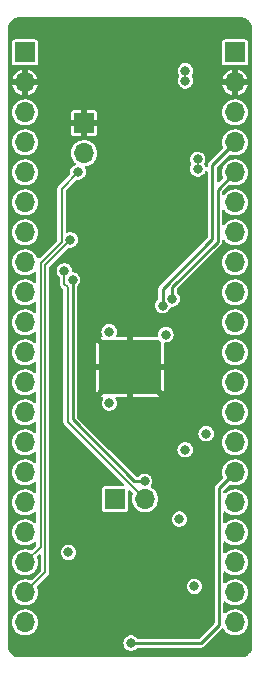
<source format=gbr>
%TF.GenerationSoftware,KiCad,Pcbnew,7.0.2-6a45011f42~172~ubuntu20.04.1*%
%TF.CreationDate,2023-04-23T13:30:35+07:00*%
%TF.ProjectId,EZ-USB-FX2LP-micro,455a2d55-5342-42d4-9658-324c502d6d69,rev?*%
%TF.SameCoordinates,Original*%
%TF.FileFunction,Copper,L4,Bot*%
%TF.FilePolarity,Positive*%
%FSLAX46Y46*%
G04 Gerber Fmt 4.6, Leading zero omitted, Abs format (unit mm)*
G04 Created by KiCad (PCBNEW 7.0.2-6a45011f42~172~ubuntu20.04.1) date 2023-04-23 13:30:35*
%MOMM*%
%LPD*%
G01*
G04 APERTURE LIST*
G04 Aperture macros list*
%AMRoundRect*
0 Rectangle with rounded corners*
0 $1 Rounding radius*
0 $2 $3 $4 $5 $6 $7 $8 $9 X,Y pos of 4 corners*
0 Add a 4 corners polygon primitive as box body*
4,1,4,$2,$3,$4,$5,$6,$7,$8,$9,$2,$3,0*
0 Add four circle primitives for the rounded corners*
1,1,$1+$1,$2,$3*
1,1,$1+$1,$4,$5*
1,1,$1+$1,$6,$7*
1,1,$1+$1,$8,$9*
0 Add four rect primitives between the rounded corners*
20,1,$1+$1,$2,$3,$4,$5,0*
20,1,$1+$1,$4,$5,$6,$7,0*
20,1,$1+$1,$6,$7,$8,$9,0*
20,1,$1+$1,$8,$9,$2,$3,0*%
G04 Aperture macros list end*
%TA.AperFunction,ComponentPad*%
%ADD10C,0.500000*%
%TD*%
%TA.AperFunction,SMDPad,CuDef*%
%ADD11RoundRect,0.250002X-2.349998X1.999998X-2.349998X-1.999998X2.349998X-1.999998X2.349998X1.999998X0*%
%TD*%
%TA.AperFunction,ComponentPad*%
%ADD12R,1.700000X1.700000*%
%TD*%
%TA.AperFunction,ComponentPad*%
%ADD13O,1.700000X1.700000*%
%TD*%
%TA.AperFunction,ViaPad*%
%ADD14C,0.800000*%
%TD*%
%TA.AperFunction,Conductor*%
%ADD15C,0.250000*%
%TD*%
%TA.AperFunction,Conductor*%
%ADD16C,0.200000*%
%TD*%
G04 APERTURE END LIST*
D10*
%TO.P,U1,57,EP*%
%TO.N,GND*%
X148412400Y-105486200D03*
X147237400Y-105486200D03*
X146062400Y-105486200D03*
X144887400Y-105486200D03*
X143712400Y-105486200D03*
X148412400Y-106486200D03*
X147237400Y-106486200D03*
X146062400Y-106486200D03*
X144887400Y-106486200D03*
X143712400Y-106486200D03*
X148412400Y-107486200D03*
X147237400Y-107486200D03*
X146062400Y-107486200D03*
D11*
X146062400Y-107486200D03*
D10*
X144887400Y-107486200D03*
X143712400Y-107486200D03*
X148412400Y-108486200D03*
X147237400Y-108486200D03*
X146062400Y-108486200D03*
X144887400Y-108486200D03*
X143712400Y-108486200D03*
X148412400Y-109486200D03*
X147237400Y-109486200D03*
X146062400Y-109486200D03*
X144887400Y-109486200D03*
X143712400Y-109486200D03*
%TD*%
D12*
%TO.P,J2,1,Pin_1*%
%TO.N,Net-(J2-Pin_1)*%
X144787400Y-118668800D03*
D13*
%TO.P,J2,2,Pin_2*%
%TO.N,/SDA*%
X147327400Y-118668800D03*
%TD*%
D12*
%TO.P,J3,1,Pin_1*%
%TO.N,GND*%
X142169200Y-86842600D03*
D13*
%TO.P,J3,2,Pin_2*%
%TO.N,Net-(D2-K)*%
X142169200Y-89382600D03*
%TD*%
D12*
%TO.P,J1,1,Pin_1*%
%TO.N,+5V*%
X137172400Y-80846600D03*
D13*
%TO.P,J1,2,Pin_2*%
%TO.N,GND*%
X137172400Y-83386600D03*
%TO.P,J1,3,Pin_3*%
%TO.N,+3V3*%
X137172400Y-85926600D03*
%TO.P,J1,4,Pin_4*%
%TO.N,/IFCLK*%
X137172400Y-88466600D03*
%TO.P,J1,5,Pin_5*%
%TO.N,/SCL*%
X137172400Y-91006600D03*
%TO.P,J1,6,Pin_6*%
%TO.N,/SDA*%
X137172400Y-93546600D03*
%TO.P,J1,7,Pin_7*%
%TO.N,/PB0*%
X137172400Y-96086600D03*
%TO.P,J1,8,Pin_8*%
%TO.N,/PB1*%
X137172400Y-98626600D03*
%TO.P,J1,9,Pin_9*%
%TO.N,/PB2*%
X137172400Y-101166600D03*
%TO.P,J1,10,Pin_10*%
%TO.N,/PB3*%
X137172400Y-103706600D03*
%TO.P,J1,11,Pin_11*%
%TO.N,/PB4*%
X137172400Y-106246600D03*
%TO.P,J1,12,Pin_12*%
%TO.N,/PB5*%
X137172400Y-108786600D03*
%TO.P,J1,13,Pin_13*%
%TO.N,/PB6*%
X137172400Y-111326600D03*
%TO.P,J1,14,Pin_14*%
%TO.N,/PB7*%
X137172400Y-113866600D03*
%TO.P,J1,15,Pin_15*%
%TO.N,/CTL0*%
X137172400Y-116406600D03*
%TO.P,J1,16,Pin_16*%
%TO.N,/CTL1*%
X137172400Y-118946600D03*
%TO.P,J1,17,Pin_17*%
%TO.N,/CTL2*%
X137172400Y-121486600D03*
%TO.P,J1,18,Pin_18*%
%TO.N,/PA0*%
X137172400Y-124026600D03*
%TO.P,J1,19,Pin_19*%
%TO.N,/PA1*%
X137172400Y-126566600D03*
%TO.P,J1,20,Pin_20*%
%TO.N,/PA2*%
X137172400Y-129106600D03*
%TD*%
D12*
%TO.P,J7,1,Pin_1*%
%TO.N,+5V*%
X154952400Y-80846600D03*
D13*
%TO.P,J7,2,Pin_2*%
%TO.N,GND*%
X154952400Y-83386600D03*
%TO.P,J7,3,Pin_3*%
%TO.N,+3V3*%
X154952400Y-85926600D03*
%TO.P,J7,4,Pin_4*%
%TO.N,/RDY1*%
X154952400Y-88466600D03*
%TO.P,J7,5,Pin_5*%
%TO.N,/RDY0*%
X154952400Y-91006600D03*
%TO.P,J7,6,Pin_6*%
%TO.N,/CLKOUT*%
X154952400Y-93546600D03*
%TO.P,J7,7,Pin_7*%
%TO.N,/PD7*%
X154952400Y-96086600D03*
%TO.P,J7,8,Pin_8*%
%TO.N,/PD6*%
X154952400Y-98626600D03*
%TO.P,J7,9,Pin_9*%
%TO.N,/PD5*%
X154952400Y-101166600D03*
%TO.P,J7,10,Pin_10*%
%TO.N,/PD4*%
X154952400Y-103706600D03*
%TO.P,J7,11,Pin_11*%
%TO.N,/PD3*%
X154952400Y-106246600D03*
%TO.P,J7,12,Pin_12*%
%TO.N,/PD2*%
X154952400Y-108786600D03*
%TO.P,J7,13,Pin_13*%
%TO.N,/PD1*%
X154952400Y-111326600D03*
%TO.P,J7,14,Pin_14*%
%TO.N,/PD0*%
X154952400Y-113866600D03*
%TO.P,J7,15,Pin_15*%
%TO.N,/~{RESET}*%
X154952400Y-116406600D03*
%TO.P,J7,16,Pin_16*%
%TO.N,/PA7*%
X154952400Y-118946600D03*
%TO.P,J7,17,Pin_17*%
%TO.N,/PA6*%
X154952400Y-121486600D03*
%TO.P,J7,18,Pin_18*%
%TO.N,/PA5*%
X154952400Y-124026600D03*
%TO.P,J7,19,Pin_19*%
%TO.N,/PA4*%
X154952400Y-126566600D03*
%TO.P,J7,20,Pin_20*%
%TO.N,/PA3*%
X154952400Y-129106600D03*
%TD*%
D14*
%TO.N,GND*%
X136296400Y-102438200D03*
X142417800Y-102108000D03*
X136296400Y-92278200D03*
X136296400Y-94818200D03*
X155829000Y-112598200D03*
X155829000Y-125298200D03*
X144653000Y-99441000D03*
X136296400Y-104978200D03*
X145999200Y-83947000D03*
X155829000Y-110058200D03*
X152019000Y-95199200D03*
X136296400Y-117678200D03*
X139928600Y-103200200D03*
X136296400Y-89738200D03*
X144653000Y-95825732D03*
X144653000Y-88595200D03*
X155829000Y-89738200D03*
X146481800Y-95825732D03*
X155829000Y-94818200D03*
X155829000Y-87198200D03*
X155829000Y-117678200D03*
X136296400Y-107518200D03*
X155829000Y-104978200D03*
X152450800Y-78994000D03*
X136296400Y-112598200D03*
X151282400Y-100660200D03*
X136296400Y-87198200D03*
X148564600Y-94081600D03*
X136296400Y-122758200D03*
X155829000Y-92278200D03*
X136296400Y-130378200D03*
X148793200Y-82067400D03*
X147650200Y-86563200D03*
X140639800Y-117678200D03*
X146913600Y-122555000D03*
X143078200Y-81254600D03*
X155829000Y-107518200D03*
X136296400Y-125298200D03*
X144653000Y-92210466D03*
X146481800Y-99441000D03*
X136296400Y-97358200D03*
X136296400Y-84658200D03*
X146075400Y-128752600D03*
X155829000Y-120218200D03*
X141884400Y-122174000D03*
X136296400Y-110058200D03*
X143992600Y-85725000D03*
X146481800Y-88595200D03*
X140233400Y-113207800D03*
X149275800Y-119303800D03*
X153238200Y-84226400D03*
X136296400Y-115138200D03*
X139471400Y-78994000D03*
X151079200Y-115976400D03*
X155829000Y-102438200D03*
X155829000Y-84658200D03*
X155829000Y-127838200D03*
X142824200Y-115544600D03*
X143002000Y-83108800D03*
X155829000Y-115138200D03*
X139471400Y-82067400D03*
X155829000Y-122758200D03*
X155829000Y-99898200D03*
X136296400Y-120218200D03*
X136296400Y-127838200D03*
X136296400Y-99898200D03*
X142163800Y-98882200D03*
X155829000Y-130378200D03*
X150495000Y-111836200D03*
X155829000Y-97358200D03*
X146481800Y-92210466D03*
X145211800Y-125095000D03*
%TO.N,+3V3*%
X140843000Y-123190000D03*
X144313482Y-110550920D03*
X152501600Y-113131600D03*
X144297400Y-104495600D03*
X151511000Y-126060200D03*
X151790400Y-89916000D03*
X151790400Y-90728800D03*
X149098000Y-104736200D03*
X150733001Y-114493799D03*
X150241000Y-120370600D03*
%TO.N,+5V*%
X150749000Y-83261200D03*
X150749000Y-82397600D03*
%TO.N,/~{RESET}*%
X146151600Y-130869000D03*
%TO.N,/SDA*%
X140491400Y-99339400D03*
%TO.N,/SCL*%
X147294600Y-117170200D03*
X141191400Y-100101400D03*
%TO.N,/PA0*%
X141655800Y-90982800D03*
%TO.N,/PA1*%
X140995400Y-96723200D03*
%TO.N,/RDY0*%
X149642232Y-101719553D03*
%TO.N,/RDY1*%
X148818600Y-102285800D03*
%TD*%
D15*
%TO.N,/~{RESET}*%
X152061600Y-130869000D02*
X153593800Y-129336800D01*
X146151600Y-130869000D02*
X152061600Y-130869000D01*
X153593800Y-129336800D02*
X153593800Y-117765200D01*
X153593800Y-117765200D02*
X154952400Y-116406600D01*
D16*
%TO.N,/SDA*%
X140766400Y-100736000D02*
X140491400Y-100461000D01*
X147327400Y-118668800D02*
X140766400Y-112107800D01*
X140766400Y-112107800D02*
X140766400Y-100736000D01*
X140491400Y-100461000D02*
X140491400Y-99339400D01*
D15*
%TO.N,/SCL*%
X147294600Y-117170200D02*
X146429840Y-117170200D01*
X146429840Y-117170200D02*
X141191400Y-111931760D01*
X141191400Y-111931760D02*
X141191400Y-100101400D01*
D16*
%TO.N,/PA0*%
X138487200Y-98665714D02*
X140258800Y-96894114D01*
X140258800Y-96894114D02*
X140258800Y-92379800D01*
X137172400Y-124026600D02*
X138487200Y-122711800D01*
X138487200Y-122711800D02*
X138487200Y-98665714D01*
X140258800Y-92379800D02*
X141655800Y-90982800D01*
%TO.N,/PA1*%
X138887200Y-98831400D02*
X140995400Y-96723200D01*
X138887200Y-124851800D02*
X138887200Y-98831400D01*
X137172400Y-126566600D02*
X138887200Y-124851800D01*
D15*
%TO.N,/RDY0*%
X153466800Y-92492200D02*
X154952400Y-91006600D01*
X153466800Y-96876996D02*
X153466800Y-92492200D01*
X149642232Y-100701564D02*
X153466800Y-96876996D01*
X149642232Y-101719553D02*
X149642232Y-100701564D01*
%TO.N,/RDY1*%
X148818600Y-102285800D02*
X148818600Y-100888800D01*
X153016800Y-96690600D02*
X153016800Y-90402200D01*
X148818600Y-100888800D02*
X153016800Y-96690600D01*
X153016800Y-90402200D02*
X154952400Y-88466600D01*
%TD*%
%TA.AperFunction,Conductor*%
%TO.N,GND*%
G36*
X155413794Y-77875571D02*
G01*
X155453953Y-77879085D01*
X155575717Y-77891078D01*
X155587732Y-77892860D01*
X155605946Y-77896483D01*
X155613786Y-77898311D01*
X155668751Y-77913038D01*
X155672497Y-77914108D01*
X155765793Y-77942408D01*
X155782173Y-77948677D01*
X155849120Y-77979894D01*
X155855140Y-77982904D01*
X155935923Y-78026084D01*
X155948577Y-78033856D01*
X156010764Y-78077400D01*
X156018299Y-78083118D01*
X156087698Y-78140073D01*
X156096714Y-78148245D01*
X156150752Y-78202283D01*
X156158918Y-78211292D01*
X156215893Y-78280715D01*
X156221603Y-78288241D01*
X156265133Y-78350408D01*
X156272916Y-78363079D01*
X156316094Y-78443860D01*
X156319118Y-78449908D01*
X156350315Y-78516809D01*
X156356594Y-78533219D01*
X156384875Y-78626451D01*
X156385989Y-78630354D01*
X156400676Y-78685169D01*
X156402517Y-78693062D01*
X156406134Y-78711240D01*
X156407921Y-78723285D01*
X156419923Y-78845147D01*
X156423431Y-78885240D01*
X156423900Y-78896003D01*
X156423900Y-131057185D01*
X156423428Y-131067994D01*
X156419923Y-131108050D01*
X156407921Y-131229912D01*
X156406135Y-131241947D01*
X156402516Y-131260137D01*
X156400675Y-131268035D01*
X156385984Y-131322861D01*
X156384870Y-131326761D01*
X156356595Y-131419975D01*
X156350316Y-131436386D01*
X156319118Y-131503290D01*
X156316094Y-131509339D01*
X156272915Y-131590120D01*
X156265133Y-131602788D01*
X156221609Y-131664948D01*
X156215886Y-131672492D01*
X156158920Y-131741904D01*
X156150748Y-131750919D01*
X156096719Y-131804948D01*
X156087704Y-131813120D01*
X156018292Y-131870086D01*
X156010748Y-131875809D01*
X155948588Y-131919333D01*
X155935920Y-131927115D01*
X155855139Y-131970294D01*
X155849090Y-131973318D01*
X155782186Y-132004516D01*
X155765775Y-132010795D01*
X155672561Y-132039070D01*
X155668661Y-132040184D01*
X155613835Y-132054875D01*
X155605936Y-132056717D01*
X155587750Y-132060335D01*
X155575709Y-132062121D01*
X155453850Y-132074123D01*
X155439626Y-132075368D01*
X155413760Y-132077631D01*
X155402995Y-132078100D01*
X136721814Y-132078100D01*
X136711006Y-132077628D01*
X136670947Y-132074123D01*
X136549080Y-132062120D01*
X136537047Y-132060335D01*
X136518866Y-132056718D01*
X136510969Y-132054876D01*
X136456154Y-132040189D01*
X136452251Y-132039075D01*
X136359019Y-132010794D01*
X136342609Y-132004515D01*
X136275708Y-131973318D01*
X136269660Y-131970294D01*
X136188879Y-131927116D01*
X136176208Y-131919333D01*
X136114041Y-131875803D01*
X136106522Y-131870098D01*
X136037091Y-131813117D01*
X136028083Y-131804952D01*
X135974045Y-131750914D01*
X135965873Y-131741898D01*
X135908918Y-131672499D01*
X135903196Y-131664958D01*
X135903189Y-131664948D01*
X135859656Y-131602777D01*
X135851884Y-131590123D01*
X135808704Y-131509339D01*
X135805694Y-131503320D01*
X135774477Y-131436373D01*
X135768208Y-131419993D01*
X135739908Y-131326697D01*
X135738838Y-131322951D01*
X135724111Y-131267986D01*
X135722284Y-131260151D01*
X135718659Y-131241925D01*
X135716879Y-131229925D01*
X135704876Y-131108050D01*
X135701368Y-131067958D01*
X135700900Y-131057199D01*
X135700900Y-130868999D01*
X145496321Y-130868999D01*
X145515363Y-131025818D01*
X145571380Y-131173523D01*
X145661115Y-131303528D01*
X145661116Y-131303529D01*
X145661117Y-131303530D01*
X145779360Y-131408283D01*
X145919235Y-131481696D01*
X146072615Y-131519500D01*
X146230585Y-131519500D01*
X146383965Y-131481696D01*
X146523840Y-131408283D01*
X146642083Y-131303530D01*
X146645857Y-131298061D01*
X146700138Y-131254071D01*
X146747908Y-131244500D01*
X152009795Y-131244500D01*
X152035241Y-131247139D01*
X152039040Y-131247935D01*
X152045868Y-131249367D01*
X152075738Y-131245643D01*
X152077277Y-131245452D01*
X152092614Y-131244500D01*
X152092711Y-131244500D01*
X152092714Y-131244500D01*
X152113243Y-131241073D01*
X152118259Y-131240342D01*
X152170226Y-131233866D01*
X152170228Y-131233864D01*
X152178057Y-131232889D01*
X152178266Y-131232822D01*
X152185207Y-131229065D01*
X152185210Y-131229065D01*
X152231266Y-131204140D01*
X152235744Y-131201835D01*
X152282811Y-131178826D01*
X152282812Y-131178824D01*
X152289908Y-131175356D01*
X152290076Y-131175230D01*
X152295424Y-131169419D01*
X152295426Y-131169419D01*
X152330893Y-131130890D01*
X152334394Y-131127241D01*
X153811248Y-129650388D01*
X153872569Y-129616905D01*
X153942261Y-129621889D01*
X153998194Y-129663761D01*
X154009927Y-129682798D01*
X154012727Y-129688421D01*
X154135636Y-129851180D01*
X154286358Y-129988581D01*
X154459761Y-130095947D01*
X154459763Y-130095948D01*
X154649944Y-130169624D01*
X154850424Y-130207100D01*
X154850426Y-130207100D01*
X155054374Y-130207100D01*
X155054376Y-130207100D01*
X155254856Y-130169624D01*
X155445037Y-130095948D01*
X155618441Y-129988581D01*
X155769164Y-129851179D01*
X155892073Y-129688421D01*
X155892073Y-129688419D01*
X155892075Y-129688418D01*
X155943153Y-129585837D01*
X155982982Y-129505850D01*
X156038797Y-129309683D01*
X156057615Y-129106600D01*
X156038797Y-128903517D01*
X155982982Y-128707350D01*
X155935500Y-128611992D01*
X155892075Y-128524781D01*
X155769163Y-128362019D01*
X155618441Y-128224618D01*
X155445038Y-128117252D01*
X155254857Y-128043576D01*
X155188029Y-128031083D01*
X155054376Y-128006100D01*
X154850424Y-128006100D01*
X154750183Y-128024837D01*
X154649942Y-128043576D01*
X154459761Y-128117252D01*
X154286361Y-128224616D01*
X154176838Y-128324460D01*
X154114033Y-128355076D01*
X154044646Y-128346878D01*
X153990707Y-128302468D01*
X153969339Y-128235946D01*
X153969300Y-128232822D01*
X153969300Y-127440377D01*
X153988985Y-127373338D01*
X154041789Y-127327583D01*
X154110947Y-127317639D01*
X154174503Y-127346664D01*
X154176838Y-127348740D01*
X154286358Y-127448581D01*
X154459761Y-127555947D01*
X154459763Y-127555948D01*
X154649944Y-127629624D01*
X154850424Y-127667100D01*
X154850426Y-127667100D01*
X155054374Y-127667100D01*
X155054376Y-127667100D01*
X155254856Y-127629624D01*
X155445037Y-127555948D01*
X155618441Y-127448581D01*
X155700979Y-127373338D01*
X155769163Y-127311180D01*
X155892075Y-127148418D01*
X155937713Y-127056761D01*
X155982982Y-126965850D01*
X156038797Y-126769683D01*
X156057615Y-126566600D01*
X156038797Y-126363517D01*
X155982982Y-126167350D01*
X155935500Y-126071992D01*
X155892075Y-125984781D01*
X155769163Y-125822019D01*
X155618441Y-125684618D01*
X155445038Y-125577252D01*
X155254857Y-125503576D01*
X155188029Y-125491083D01*
X155054376Y-125466100D01*
X154850424Y-125466100D01*
X154750183Y-125484837D01*
X154649942Y-125503576D01*
X154459761Y-125577252D01*
X154286361Y-125684616D01*
X154176838Y-125784460D01*
X154114033Y-125815076D01*
X154044646Y-125806878D01*
X153990707Y-125762468D01*
X153969339Y-125695946D01*
X153969300Y-125692822D01*
X153969300Y-124900377D01*
X153988985Y-124833338D01*
X154041789Y-124787583D01*
X154110947Y-124777639D01*
X154174503Y-124806664D01*
X154176838Y-124808740D01*
X154286358Y-124908581D01*
X154456465Y-125013906D01*
X154459763Y-125015948D01*
X154649944Y-125089624D01*
X154850424Y-125127100D01*
X154850426Y-125127100D01*
X155054374Y-125127100D01*
X155054376Y-125127100D01*
X155254856Y-125089624D01*
X155445037Y-125015948D01*
X155618441Y-124908581D01*
X155700979Y-124833338D01*
X155769163Y-124771180D01*
X155817918Y-124706618D01*
X155892073Y-124608421D01*
X155892073Y-124608419D01*
X155892075Y-124608418D01*
X155937713Y-124516761D01*
X155982982Y-124425850D01*
X156038797Y-124229683D01*
X156057615Y-124026600D01*
X156038797Y-123823517D01*
X155982982Y-123627350D01*
X155935500Y-123531992D01*
X155892075Y-123444781D01*
X155769163Y-123282019D01*
X155618441Y-123144618D01*
X155445038Y-123037252D01*
X155254857Y-122963576D01*
X155188029Y-122951083D01*
X155054376Y-122926100D01*
X154850424Y-122926100D01*
X154750183Y-122944838D01*
X154649942Y-122963576D01*
X154459761Y-123037252D01*
X154286361Y-123144616D01*
X154176838Y-123244460D01*
X154114033Y-123275076D01*
X154044646Y-123266878D01*
X153990707Y-123222468D01*
X153969339Y-123155946D01*
X153969300Y-123152822D01*
X153969300Y-122360377D01*
X153988985Y-122293338D01*
X154041789Y-122247583D01*
X154110947Y-122237639D01*
X154174503Y-122266664D01*
X154176838Y-122268740D01*
X154286358Y-122368581D01*
X154459761Y-122475947D01*
X154459763Y-122475948D01*
X154649944Y-122549624D01*
X154850424Y-122587100D01*
X154850426Y-122587100D01*
X155054374Y-122587100D01*
X155054376Y-122587100D01*
X155254856Y-122549624D01*
X155445037Y-122475948D01*
X155618441Y-122368581D01*
X155709162Y-122285878D01*
X155769163Y-122231180D01*
X155892075Y-122068418D01*
X155937713Y-121976761D01*
X155982982Y-121885850D01*
X156038797Y-121689683D01*
X156057615Y-121486600D01*
X156038797Y-121283517D01*
X155982982Y-121087350D01*
X155916700Y-120954236D01*
X155892075Y-120904781D01*
X155769163Y-120742019D01*
X155618441Y-120604618D01*
X155445038Y-120497252D01*
X155254857Y-120423576D01*
X155188029Y-120411083D01*
X155054376Y-120386100D01*
X154850424Y-120386100D01*
X154750183Y-120404838D01*
X154649942Y-120423576D01*
X154459761Y-120497252D01*
X154286361Y-120604616D01*
X154176838Y-120704460D01*
X154114033Y-120735076D01*
X154044646Y-120726878D01*
X153990707Y-120682468D01*
X153969339Y-120615946D01*
X153969300Y-120612822D01*
X153969300Y-119820377D01*
X153988985Y-119753338D01*
X154041789Y-119707583D01*
X154110947Y-119697639D01*
X154174503Y-119726664D01*
X154176838Y-119728740D01*
X154286358Y-119828581D01*
X154459761Y-119935947D01*
X154459763Y-119935948D01*
X154649944Y-120009624D01*
X154850424Y-120047100D01*
X154850426Y-120047100D01*
X155054374Y-120047100D01*
X155054376Y-120047100D01*
X155254856Y-120009624D01*
X155445037Y-119935948D01*
X155618441Y-119828581D01*
X155724580Y-119731823D01*
X155769163Y-119691180D01*
X155794108Y-119658148D01*
X155892073Y-119528421D01*
X155892073Y-119528419D01*
X155892075Y-119528418D01*
X155949357Y-119413379D01*
X155982982Y-119345850D01*
X156038797Y-119149683D01*
X156057615Y-118946600D01*
X156038797Y-118743517D01*
X155982982Y-118547350D01*
X155942334Y-118465717D01*
X155892075Y-118364781D01*
X155769163Y-118202019D01*
X155618441Y-118064618D01*
X155445038Y-117957252D01*
X155254857Y-117883576D01*
X155188029Y-117871083D01*
X155054376Y-117846100D01*
X154850424Y-117846100D01*
X154750183Y-117864838D01*
X154649942Y-117883576D01*
X154459761Y-117957252D01*
X154286361Y-118064616D01*
X154176838Y-118164460D01*
X154114033Y-118195076D01*
X154044646Y-118186878D01*
X153990707Y-118142468D01*
X153969339Y-118075946D01*
X153969300Y-118072822D01*
X153969300Y-117972098D01*
X153988985Y-117905059D01*
X154005615Y-117884421D01*
X154427372Y-117462663D01*
X154488693Y-117429180D01*
X154558384Y-117434164D01*
X154559798Y-117434701D01*
X154649944Y-117469624D01*
X154850424Y-117507100D01*
X154850426Y-117507100D01*
X155054374Y-117507100D01*
X155054376Y-117507100D01*
X155254856Y-117469624D01*
X155445037Y-117395948D01*
X155618441Y-117288581D01*
X155769164Y-117151179D01*
X155892073Y-116988421D01*
X155892073Y-116988419D01*
X155892075Y-116988418D01*
X155937713Y-116896761D01*
X155982982Y-116805850D01*
X156038797Y-116609683D01*
X156057615Y-116406600D01*
X156038797Y-116203517D01*
X155982982Y-116007350D01*
X155916700Y-115874236D01*
X155892075Y-115824781D01*
X155769163Y-115662019D01*
X155618441Y-115524618D01*
X155445038Y-115417252D01*
X155254857Y-115343576D01*
X155188029Y-115331083D01*
X155054376Y-115306100D01*
X154850424Y-115306100D01*
X154750183Y-115324838D01*
X154649942Y-115343576D01*
X154459761Y-115417252D01*
X154286358Y-115524618D01*
X154135636Y-115662019D01*
X154012724Y-115824781D01*
X153921818Y-116007348D01*
X153866002Y-116203516D01*
X153847185Y-116406600D01*
X153866002Y-116609683D01*
X153924091Y-116813839D01*
X153923505Y-116883706D01*
X153892506Y-116935455D01*
X153364908Y-117463052D01*
X153345054Y-117479176D01*
X153335965Y-117485114D01*
X153316522Y-117510094D01*
X153306363Y-117521598D01*
X153306284Y-117521676D01*
X153306279Y-117521682D01*
X153306280Y-117521682D01*
X153294190Y-117538614D01*
X153291141Y-117542704D01*
X153254154Y-117590224D01*
X153254037Y-117590453D01*
X153236857Y-117648155D01*
X153235295Y-117653031D01*
X153215741Y-117709992D01*
X153215706Y-117710234D01*
X153218194Y-117770391D01*
X153218300Y-117775515D01*
X153218300Y-129129900D01*
X153198615Y-129196939D01*
X153181981Y-129217581D01*
X151942381Y-130457181D01*
X151881058Y-130490666D01*
X151854700Y-130493500D01*
X146747908Y-130493500D01*
X146680869Y-130473815D01*
X146645857Y-130439938D01*
X146642084Y-130434471D01*
X146642083Y-130434470D01*
X146523840Y-130329717D01*
X146510594Y-130322764D01*
X146383964Y-130256303D01*
X146230585Y-130218500D01*
X146072615Y-130218500D01*
X145919235Y-130256303D01*
X145779361Y-130329716D01*
X145661115Y-130434471D01*
X145571380Y-130564476D01*
X145515363Y-130712181D01*
X145496321Y-130868999D01*
X135700900Y-130868999D01*
X135700900Y-129106600D01*
X136067185Y-129106600D01*
X136086002Y-129309683D01*
X136141818Y-129505851D01*
X136232724Y-129688418D01*
X136355636Y-129851180D01*
X136506358Y-129988581D01*
X136679761Y-130095947D01*
X136679763Y-130095948D01*
X136869944Y-130169624D01*
X137070424Y-130207100D01*
X137070426Y-130207100D01*
X137274374Y-130207100D01*
X137274376Y-130207100D01*
X137474856Y-130169624D01*
X137665037Y-130095948D01*
X137838441Y-129988581D01*
X137989164Y-129851179D01*
X138112073Y-129688421D01*
X138112073Y-129688419D01*
X138112075Y-129688418D01*
X138163153Y-129585837D01*
X138202982Y-129505850D01*
X138258797Y-129309683D01*
X138277615Y-129106600D01*
X138258797Y-128903517D01*
X138202982Y-128707350D01*
X138155500Y-128611992D01*
X138112075Y-128524781D01*
X137989163Y-128362019D01*
X137838441Y-128224618D01*
X137665038Y-128117252D01*
X137474857Y-128043576D01*
X137408029Y-128031083D01*
X137274376Y-128006100D01*
X137070424Y-128006100D01*
X136970183Y-128024837D01*
X136869942Y-128043576D01*
X136679761Y-128117252D01*
X136506358Y-128224618D01*
X136355636Y-128362019D01*
X136232724Y-128524781D01*
X136141818Y-128707348D01*
X136086002Y-128903516D01*
X136067185Y-129106600D01*
X135700900Y-129106600D01*
X135700900Y-126566599D01*
X136067185Y-126566599D01*
X136086002Y-126769683D01*
X136141818Y-126965851D01*
X136232724Y-127148418D01*
X136355636Y-127311180D01*
X136506358Y-127448581D01*
X136679761Y-127555947D01*
X136679763Y-127555948D01*
X136869944Y-127629624D01*
X137070424Y-127667100D01*
X137070426Y-127667100D01*
X137274374Y-127667100D01*
X137274376Y-127667100D01*
X137474856Y-127629624D01*
X137665037Y-127555948D01*
X137838441Y-127448581D01*
X137920979Y-127373338D01*
X137989163Y-127311180D01*
X138112075Y-127148418D01*
X138157713Y-127056761D01*
X138202982Y-126965850D01*
X138258797Y-126769683D01*
X138277615Y-126566600D01*
X138258797Y-126363517D01*
X138202982Y-126167350D01*
X138197657Y-126156657D01*
X138185395Y-126087874D01*
X138196926Y-126060199D01*
X150855721Y-126060199D01*
X150874763Y-126217018D01*
X150930780Y-126364723D01*
X151020515Y-126494728D01*
X151020516Y-126494729D01*
X151020517Y-126494730D01*
X151138760Y-126599483D01*
X151278635Y-126672896D01*
X151432015Y-126710700D01*
X151589985Y-126710700D01*
X151743365Y-126672896D01*
X151883240Y-126599483D01*
X152001483Y-126494730D01*
X152091220Y-126364723D01*
X152147237Y-126217018D01*
X152166278Y-126060200D01*
X152147237Y-125903382D01*
X152091220Y-125755677D01*
X152001483Y-125625670D01*
X151883240Y-125520917D01*
X151850200Y-125503576D01*
X151743364Y-125447503D01*
X151589985Y-125409700D01*
X151432015Y-125409700D01*
X151278635Y-125447503D01*
X151138761Y-125520916D01*
X151020515Y-125625671D01*
X150930780Y-125755676D01*
X150874763Y-125903381D01*
X150855721Y-126060199D01*
X138196926Y-126060199D01*
X138212267Y-126023379D01*
X138220966Y-126013714D01*
X139100246Y-125134434D01*
X139120103Y-125118310D01*
X139127869Y-125113237D01*
X139145696Y-125090331D01*
X139155432Y-125079306D01*
X139155571Y-125079110D01*
X139155575Y-125079107D01*
X139166754Y-125063448D01*
X139169804Y-125059356D01*
X139199717Y-125020926D01*
X139199717Y-125020924D01*
X139204307Y-125015028D01*
X139206439Y-125007867D01*
X139220331Y-124961201D01*
X139221886Y-124956349D01*
X139237700Y-124910288D01*
X139237700Y-124910284D01*
X139240125Y-124903221D01*
X139239816Y-124895756D01*
X139239817Y-124895754D01*
X139237805Y-124847131D01*
X139237700Y-124842008D01*
X139237700Y-123190000D01*
X140187721Y-123190000D01*
X140206763Y-123346818D01*
X140262780Y-123494523D01*
X140352515Y-123624528D01*
X140352516Y-123624529D01*
X140352517Y-123624530D01*
X140470760Y-123729283D01*
X140610635Y-123802696D01*
X140764015Y-123840500D01*
X140921985Y-123840500D01*
X141075365Y-123802696D01*
X141215240Y-123729283D01*
X141333483Y-123624530D01*
X141423220Y-123494523D01*
X141479237Y-123346818D01*
X141498278Y-123190000D01*
X141479237Y-123033182D01*
X141423220Y-122885477D01*
X141333483Y-122755470D01*
X141215240Y-122650717D01*
X141201994Y-122643764D01*
X141075364Y-122577303D01*
X140921985Y-122539500D01*
X140764015Y-122539500D01*
X140610635Y-122577303D01*
X140470761Y-122650716D01*
X140352515Y-122755471D01*
X140262780Y-122885476D01*
X140206763Y-123033181D01*
X140187721Y-123190000D01*
X139237700Y-123190000D01*
X139237700Y-120370600D01*
X149585721Y-120370600D01*
X149604763Y-120527418D01*
X149660780Y-120675123D01*
X149750515Y-120805128D01*
X149750516Y-120805129D01*
X149750517Y-120805130D01*
X149868760Y-120909883D01*
X150008635Y-120983296D01*
X150162015Y-121021100D01*
X150319985Y-121021100D01*
X150473365Y-120983296D01*
X150613240Y-120909883D01*
X150731483Y-120805130D01*
X150821220Y-120675123D01*
X150877237Y-120527418D01*
X150896278Y-120370600D01*
X150877237Y-120213782D01*
X150821220Y-120066077D01*
X150731483Y-119936070D01*
X150613240Y-119831317D01*
X150592396Y-119820377D01*
X150473364Y-119757903D01*
X150319985Y-119720100D01*
X150162015Y-119720100D01*
X150008635Y-119757903D01*
X149868761Y-119831316D01*
X149750515Y-119936071D01*
X149660780Y-120066076D01*
X149604763Y-120213781D01*
X149585721Y-120370600D01*
X139237700Y-120370600D01*
X139237700Y-99339399D01*
X139836121Y-99339399D01*
X139854251Y-99488704D01*
X139855163Y-99496218D01*
X139911180Y-99643923D01*
X140000917Y-99773930D01*
X140099127Y-99860936D01*
X140136254Y-99920125D01*
X140140900Y-99953751D01*
X140140900Y-100411788D01*
X140138261Y-100437234D01*
X140136357Y-100446313D01*
X140139948Y-100475121D01*
X140140858Y-100489795D01*
X140144065Y-100509013D01*
X140144803Y-100514078D01*
X140151751Y-100569809D01*
X140178481Y-100619202D01*
X140180821Y-100623747D01*
X140191348Y-100645282D01*
X140205484Y-100674198D01*
X140246774Y-100712207D01*
X140250473Y-100715755D01*
X140379581Y-100844862D01*
X140413066Y-100906185D01*
X140415900Y-100932544D01*
X140415900Y-112058588D01*
X140413261Y-112084034D01*
X140411357Y-112093115D01*
X140414948Y-112121921D01*
X140415858Y-112136595D01*
X140419065Y-112155813D01*
X140419803Y-112160878D01*
X140426751Y-112216609D01*
X140453481Y-112266002D01*
X140455821Y-112270547D01*
X140477202Y-112314284D01*
X140477203Y-112314285D01*
X140480484Y-112320996D01*
X140485981Y-112326056D01*
X140485982Y-112326058D01*
X140521799Y-112359030D01*
X140525497Y-112362579D01*
X145519537Y-117356619D01*
X145553022Y-117417942D01*
X145548038Y-117487634D01*
X145506166Y-117543567D01*
X145440702Y-117567984D01*
X145431856Y-117568300D01*
X143912725Y-117568300D01*
X143839661Y-117582833D01*
X143756799Y-117638199D01*
X143701433Y-117721061D01*
X143686900Y-117794125D01*
X143686900Y-119543474D01*
X143701433Y-119616538D01*
X143701433Y-119616539D01*
X143701434Y-119616540D01*
X143756799Y-119699401D01*
X143839660Y-119754766D01*
X143876192Y-119762033D01*
X143912725Y-119769300D01*
X143912726Y-119769300D01*
X145662075Y-119769300D01*
X145686429Y-119764455D01*
X145735140Y-119754766D01*
X145818001Y-119699401D01*
X145873366Y-119616540D01*
X145887900Y-119543474D01*
X145887900Y-118024343D01*
X145907585Y-117957305D01*
X145960389Y-117911550D01*
X146029547Y-117901606D01*
X146093103Y-117930631D01*
X146099581Y-117936663D01*
X146278822Y-118115904D01*
X146312307Y-118177227D01*
X146307323Y-118246919D01*
X146302144Y-118258851D01*
X146296818Y-118269547D01*
X146241002Y-118465716D01*
X146222185Y-118668800D01*
X146241002Y-118871883D01*
X146296818Y-119068051D01*
X146387724Y-119250618D01*
X146510636Y-119413380D01*
X146661358Y-119550781D01*
X146834761Y-119658147D01*
X146834763Y-119658148D01*
X147024944Y-119731824D01*
X147225424Y-119769300D01*
X147225426Y-119769300D01*
X147429374Y-119769300D01*
X147429376Y-119769300D01*
X147629856Y-119731824D01*
X147820037Y-119658148D01*
X147993441Y-119550781D01*
X148144164Y-119413379D01*
X148267073Y-119250621D01*
X148267073Y-119250619D01*
X148267075Y-119250618D01*
X148317334Y-119149683D01*
X148357982Y-119068050D01*
X148413797Y-118871883D01*
X148432615Y-118668800D01*
X148413797Y-118465717D01*
X148357982Y-118269550D01*
X148320899Y-118195076D01*
X148267075Y-118086981D01*
X148144163Y-117924219D01*
X147993443Y-117786820D01*
X147870221Y-117710524D01*
X147823586Y-117658496D01*
X147812482Y-117589514D01*
X147833447Y-117534661D01*
X147874820Y-117474723D01*
X147930837Y-117327018D01*
X147949878Y-117170200D01*
X147930837Y-117013382D01*
X147874820Y-116865677D01*
X147800759Y-116758381D01*
X147785084Y-116735671D01*
X147785083Y-116735670D01*
X147666840Y-116630917D01*
X147626383Y-116609683D01*
X147526964Y-116557503D01*
X147373585Y-116519700D01*
X147215615Y-116519700D01*
X147062235Y-116557503D01*
X146922361Y-116630916D01*
X146804115Y-116735671D01*
X146800343Y-116741138D01*
X146746062Y-116785129D01*
X146698292Y-116794700D01*
X146636739Y-116794700D01*
X146569700Y-116775015D01*
X146549058Y-116758381D01*
X144284475Y-114493798D01*
X150077722Y-114493798D01*
X150096764Y-114650617D01*
X150152781Y-114798322D01*
X150242516Y-114928327D01*
X150242517Y-114928328D01*
X150242518Y-114928329D01*
X150360761Y-115033082D01*
X150500636Y-115106495D01*
X150654016Y-115144299D01*
X150811986Y-115144299D01*
X150965366Y-115106495D01*
X151105241Y-115033082D01*
X151223484Y-114928329D01*
X151313221Y-114798322D01*
X151369238Y-114650617D01*
X151388279Y-114493799D01*
X151369238Y-114336981D01*
X151313221Y-114189276D01*
X151223484Y-114059269D01*
X151105241Y-113954516D01*
X151091995Y-113947564D01*
X150965365Y-113881102D01*
X150906522Y-113866599D01*
X153847185Y-113866599D01*
X153866002Y-114069683D01*
X153921818Y-114265851D01*
X154012724Y-114448418D01*
X154135636Y-114611180D01*
X154286358Y-114748581D01*
X154459761Y-114855947D01*
X154459763Y-114855948D01*
X154649944Y-114929624D01*
X154850424Y-114967100D01*
X154850426Y-114967100D01*
X155054374Y-114967100D01*
X155054376Y-114967100D01*
X155254856Y-114929624D01*
X155445037Y-114855948D01*
X155618441Y-114748581D01*
X155769164Y-114611179D01*
X155892073Y-114448421D01*
X155892073Y-114448419D01*
X155892075Y-114448418D01*
X155947564Y-114336980D01*
X155982982Y-114265850D01*
X156038797Y-114069683D01*
X156057615Y-113866600D01*
X156038797Y-113663517D01*
X155982982Y-113467350D01*
X155916700Y-113334236D01*
X155892075Y-113284781D01*
X155769163Y-113122019D01*
X155618441Y-112984618D01*
X155445038Y-112877252D01*
X155254857Y-112803576D01*
X155188029Y-112791083D01*
X155054376Y-112766100D01*
X154850424Y-112766100D01*
X154750183Y-112784838D01*
X154649942Y-112803576D01*
X154459761Y-112877252D01*
X154286358Y-112984618D01*
X154135636Y-113122019D01*
X154012724Y-113284781D01*
X153921818Y-113467348D01*
X153866002Y-113663516D01*
X153847185Y-113866599D01*
X150906522Y-113866599D01*
X150811986Y-113843299D01*
X150654016Y-113843299D01*
X150500636Y-113881102D01*
X150360762Y-113954515D01*
X150242516Y-114059270D01*
X150152781Y-114189275D01*
X150096764Y-114336980D01*
X150077722Y-114493798D01*
X144284475Y-114493798D01*
X142922278Y-113131600D01*
X151846321Y-113131600D01*
X151865363Y-113288418D01*
X151921380Y-113436123D01*
X152011115Y-113566128D01*
X152011116Y-113566129D01*
X152011117Y-113566130D01*
X152129360Y-113670883D01*
X152269235Y-113744296D01*
X152422615Y-113782100D01*
X152580585Y-113782100D01*
X152733965Y-113744296D01*
X152873840Y-113670883D01*
X152992083Y-113566130D01*
X153081820Y-113436123D01*
X153137837Y-113288418D01*
X153156878Y-113131600D01*
X153137837Y-112974782D01*
X153081820Y-112827077D01*
X152992083Y-112697070D01*
X152873840Y-112592317D01*
X152860594Y-112585365D01*
X152733964Y-112518903D01*
X152580585Y-112481100D01*
X152422615Y-112481100D01*
X152269235Y-112518903D01*
X152129361Y-112592316D01*
X152011115Y-112697071D01*
X151921380Y-112827076D01*
X151865363Y-112974781D01*
X151846321Y-113131600D01*
X142922278Y-113131600D01*
X141603219Y-111812541D01*
X141569734Y-111751218D01*
X141566900Y-111724860D01*
X141566900Y-111326599D01*
X153847185Y-111326599D01*
X153866002Y-111529683D01*
X153921818Y-111725851D01*
X154012724Y-111908418D01*
X154135636Y-112071180D01*
X154286358Y-112208581D01*
X154459761Y-112315947D01*
X154459763Y-112315948D01*
X154649944Y-112389624D01*
X154850424Y-112427100D01*
X154850426Y-112427100D01*
X155054374Y-112427100D01*
X155054376Y-112427100D01*
X155254856Y-112389624D01*
X155445037Y-112315948D01*
X155618441Y-112208581D01*
X155769164Y-112071179D01*
X155892073Y-111908421D01*
X155892073Y-111908419D01*
X155892075Y-111908418D01*
X155970350Y-111751218D01*
X155982982Y-111725850D01*
X156038797Y-111529683D01*
X156057615Y-111326600D01*
X156038797Y-111123517D01*
X155982982Y-110927350D01*
X155916700Y-110794236D01*
X155892075Y-110744781D01*
X155769163Y-110582019D01*
X155618441Y-110444618D01*
X155445038Y-110337252D01*
X155254857Y-110263576D01*
X155162956Y-110246397D01*
X155054376Y-110226100D01*
X154850424Y-110226100D01*
X154750183Y-110244838D01*
X154649942Y-110263576D01*
X154459761Y-110337252D01*
X154286358Y-110444618D01*
X154135636Y-110582019D01*
X154012724Y-110744781D01*
X153921818Y-110927348D01*
X153866002Y-111123516D01*
X153847185Y-111326599D01*
X141566900Y-111326599D01*
X141566900Y-109486199D01*
X143207258Y-109486199D01*
X143211138Y-109513185D01*
X143212262Y-109528913D01*
X143212222Y-109527393D01*
X143212753Y-109537312D01*
X143218802Y-109593578D01*
X143220479Y-109598073D01*
X143225699Y-109618529D01*
X143226313Y-109618733D01*
X143358846Y-109486200D01*
X143557109Y-109486200D01*
X143577914Y-109563845D01*
X143634755Y-109620686D01*
X143692654Y-109636200D01*
X143732146Y-109636200D01*
X143790045Y-109620686D01*
X143846886Y-109563846D01*
X143867691Y-109486200D01*
X143846886Y-109408555D01*
X143790045Y-109351714D01*
X143732146Y-109336200D01*
X143692654Y-109336200D01*
X143634755Y-109351714D01*
X143577914Y-109408554D01*
X143557109Y-109486200D01*
X143358846Y-109486200D01*
X143624719Y-109220328D01*
X143686042Y-109186843D01*
X143755734Y-109191827D01*
X143800081Y-109220328D01*
X143978271Y-109398518D01*
X144011756Y-109459841D01*
X144006772Y-109529533D01*
X143978271Y-109573880D01*
X143581230Y-109970921D01*
X143581230Y-109970922D01*
X143605025Y-109979797D01*
X143615577Y-109980932D01*
X143637262Y-109985246D01*
X143640511Y-109986200D01*
X143676601Y-109986200D01*
X143743640Y-110005885D01*
X143789395Y-110058689D01*
X143799339Y-110127847D01*
X143778651Y-110180640D01*
X143733261Y-110246397D01*
X143677245Y-110394101D01*
X143658203Y-110550920D01*
X143677245Y-110707738D01*
X143733262Y-110855443D01*
X143822997Y-110985448D01*
X143822998Y-110985449D01*
X143822999Y-110985450D01*
X143941242Y-111090203D01*
X144081117Y-111163616D01*
X144234497Y-111201420D01*
X144392467Y-111201420D01*
X144545847Y-111163616D01*
X144685722Y-111090203D01*
X144803965Y-110985450D01*
X144893702Y-110855443D01*
X144949719Y-110707738D01*
X144968760Y-110550920D01*
X144949719Y-110394102D01*
X144893702Y-110246397D01*
X144848312Y-110180638D01*
X144826430Y-110114286D01*
X144843895Y-110046634D01*
X144895163Y-109999164D01*
X144950363Y-109986200D01*
X145812400Y-109986200D01*
X145812400Y-109486200D01*
X145907109Y-109486200D01*
X145927914Y-109563845D01*
X145984755Y-109620686D01*
X146042654Y-109636200D01*
X146082146Y-109636200D01*
X146140045Y-109620686D01*
X146196886Y-109563846D01*
X146217691Y-109486200D01*
X146196886Y-109408555D01*
X146140045Y-109351714D01*
X146082146Y-109336200D01*
X146042654Y-109336200D01*
X145984755Y-109351714D01*
X145927914Y-109408554D01*
X145907109Y-109486200D01*
X145812400Y-109486200D01*
X145812400Y-108486200D01*
X145907109Y-108486200D01*
X145927914Y-108563845D01*
X145984755Y-108620686D01*
X146042654Y-108636200D01*
X146082146Y-108636200D01*
X146140045Y-108620686D01*
X146196886Y-108563846D01*
X146217691Y-108486200D01*
X146196886Y-108408555D01*
X146140045Y-108351714D01*
X146082146Y-108336200D01*
X146042654Y-108336200D01*
X145984755Y-108351714D01*
X145927914Y-108408554D01*
X145907109Y-108486200D01*
X145812400Y-108486200D01*
X145812400Y-107736200D01*
X146312400Y-107736200D01*
X146312400Y-109986200D01*
X148484288Y-109986200D01*
X148487536Y-109985246D01*
X148509229Y-109980931D01*
X148519776Y-109979797D01*
X148543568Y-109970922D01*
X148543568Y-109970920D01*
X148146528Y-109573880D01*
X148113043Y-109512557D01*
X148114928Y-109486200D01*
X148257109Y-109486200D01*
X148277914Y-109563845D01*
X148334755Y-109620686D01*
X148392654Y-109636200D01*
X148432146Y-109636200D01*
X148490045Y-109620686D01*
X148546886Y-109563846D01*
X148567691Y-109486200D01*
X148546886Y-109408555D01*
X148490045Y-109351714D01*
X148432146Y-109336200D01*
X148392654Y-109336200D01*
X148334755Y-109351714D01*
X148277914Y-109408554D01*
X148257109Y-109486200D01*
X148114928Y-109486200D01*
X148118027Y-109442865D01*
X148146528Y-109398518D01*
X148324718Y-109220328D01*
X148386041Y-109186843D01*
X148455733Y-109191827D01*
X148500080Y-109220328D01*
X148898484Y-109618732D01*
X148899097Y-109618528D01*
X148904321Y-109598068D01*
X148905998Y-109593571D01*
X148912045Y-109537328D01*
X148912578Y-109527393D01*
X148912537Y-109528913D01*
X148913662Y-109513185D01*
X148917541Y-109486199D01*
X148913662Y-109459212D01*
X148912400Y-109441566D01*
X148912400Y-108786600D01*
X153847185Y-108786600D01*
X153866002Y-108989683D01*
X153921818Y-109185851D01*
X154012724Y-109368418D01*
X154135636Y-109531180D01*
X154286358Y-109668581D01*
X154459761Y-109775947D01*
X154459763Y-109775948D01*
X154649944Y-109849624D01*
X154850424Y-109887100D01*
X154850426Y-109887100D01*
X155054374Y-109887100D01*
X155054376Y-109887100D01*
X155254856Y-109849624D01*
X155445037Y-109775948D01*
X155618441Y-109668581D01*
X155673123Y-109618732D01*
X155769163Y-109531180D01*
X155782752Y-109513185D01*
X155892073Y-109368421D01*
X155892073Y-109368419D01*
X155892075Y-109368418D01*
X155965814Y-109220328D01*
X155982982Y-109185850D01*
X156038797Y-108989683D01*
X156057615Y-108786600D01*
X156038797Y-108583517D01*
X155982982Y-108387350D01*
X155982609Y-108386601D01*
X155892075Y-108204781D01*
X155769163Y-108042019D01*
X155618441Y-107904618D01*
X155445038Y-107797252D01*
X155254857Y-107723576D01*
X155188029Y-107711083D01*
X155054376Y-107686100D01*
X154850424Y-107686100D01*
X154750183Y-107704838D01*
X154649942Y-107723576D01*
X154459761Y-107797252D01*
X154286358Y-107904618D01*
X154135636Y-108042019D01*
X154012724Y-108204781D01*
X153921818Y-108387348D01*
X153866002Y-108583516D01*
X153847185Y-108786600D01*
X148912400Y-108786600D01*
X148912400Y-108530832D01*
X148913662Y-108513185D01*
X148917541Y-108486199D01*
X148913662Y-108459212D01*
X148912400Y-108441566D01*
X148912400Y-107736200D01*
X146312400Y-107736200D01*
X145812400Y-107736200D01*
X143212400Y-107736200D01*
X143212400Y-108441566D01*
X143211138Y-108459212D01*
X143207258Y-108486199D01*
X143211138Y-108513185D01*
X143212400Y-108530832D01*
X143212400Y-109441566D01*
X143211138Y-109459212D01*
X143207258Y-109486199D01*
X141566900Y-109486199D01*
X141566900Y-107486200D01*
X143557109Y-107486200D01*
X143577914Y-107563845D01*
X143634755Y-107620686D01*
X143692654Y-107636200D01*
X143732146Y-107636200D01*
X143790045Y-107620686D01*
X143846886Y-107563846D01*
X143867691Y-107486200D01*
X144732109Y-107486200D01*
X144752914Y-107563845D01*
X144809755Y-107620686D01*
X144867654Y-107636200D01*
X144907146Y-107636200D01*
X144965045Y-107620686D01*
X145021886Y-107563846D01*
X145042691Y-107486200D01*
X145907109Y-107486200D01*
X145927914Y-107563845D01*
X145984755Y-107620686D01*
X146042654Y-107636200D01*
X146082146Y-107636200D01*
X146140045Y-107620686D01*
X146196886Y-107563846D01*
X146217691Y-107486200D01*
X147082109Y-107486200D01*
X147102914Y-107563845D01*
X147159755Y-107620686D01*
X147217654Y-107636200D01*
X147257146Y-107636200D01*
X147315045Y-107620686D01*
X147371886Y-107563846D01*
X147392691Y-107486200D01*
X148257109Y-107486200D01*
X148277914Y-107563845D01*
X148334755Y-107620686D01*
X148392654Y-107636200D01*
X148432146Y-107636200D01*
X148490045Y-107620686D01*
X148546886Y-107563846D01*
X148567691Y-107486200D01*
X148546886Y-107408555D01*
X148490045Y-107351714D01*
X148432146Y-107336200D01*
X148392654Y-107336200D01*
X148334755Y-107351714D01*
X148277914Y-107408554D01*
X148257109Y-107486200D01*
X147392691Y-107486200D01*
X147371886Y-107408555D01*
X147315045Y-107351714D01*
X147257146Y-107336200D01*
X147217654Y-107336200D01*
X147159755Y-107351714D01*
X147102914Y-107408554D01*
X147082109Y-107486200D01*
X146217691Y-107486200D01*
X146196886Y-107408555D01*
X146140045Y-107351714D01*
X146082146Y-107336200D01*
X146042654Y-107336200D01*
X145984755Y-107351714D01*
X145927914Y-107408554D01*
X145907109Y-107486200D01*
X145042691Y-107486200D01*
X145021886Y-107408555D01*
X144965045Y-107351714D01*
X144907146Y-107336200D01*
X144867654Y-107336200D01*
X144809755Y-107351714D01*
X144752914Y-107408554D01*
X144732109Y-107486200D01*
X143867691Y-107486200D01*
X143846886Y-107408555D01*
X143790045Y-107351714D01*
X143732146Y-107336200D01*
X143692654Y-107336200D01*
X143634755Y-107351714D01*
X143577914Y-107408554D01*
X143557109Y-107486200D01*
X141566900Y-107486200D01*
X141566900Y-106486199D01*
X143207258Y-106486199D01*
X143211138Y-106513185D01*
X143212400Y-106530832D01*
X143212400Y-107236200D01*
X145812400Y-107236200D01*
X146312400Y-107236200D01*
X148912400Y-107236200D01*
X148912400Y-106530832D01*
X148913662Y-106513185D01*
X148917541Y-106486199D01*
X148913662Y-106459212D01*
X148912400Y-106441566D01*
X148912400Y-106246599D01*
X153847185Y-106246599D01*
X153866002Y-106449683D01*
X153921818Y-106645851D01*
X154012724Y-106828418D01*
X154135636Y-106991180D01*
X154286358Y-107128581D01*
X154459761Y-107235947D01*
X154459763Y-107235948D01*
X154649944Y-107309624D01*
X154850424Y-107347100D01*
X154850426Y-107347100D01*
X155054374Y-107347100D01*
X155054376Y-107347100D01*
X155254856Y-107309624D01*
X155445037Y-107235948D01*
X155618441Y-107128581D01*
X155769164Y-106991179D01*
X155892073Y-106828421D01*
X155892073Y-106828419D01*
X155892075Y-106828418D01*
X155937713Y-106736761D01*
X155982982Y-106645850D01*
X156038797Y-106449683D01*
X156057615Y-106246600D01*
X156038797Y-106043517D01*
X155982982Y-105847350D01*
X155982609Y-105846601D01*
X155892075Y-105664781D01*
X155769163Y-105502019D01*
X155618441Y-105364618D01*
X155445038Y-105257252D01*
X155254857Y-105183576D01*
X155186125Y-105170728D01*
X155054376Y-105146100D01*
X154850424Y-105146100D01*
X154750183Y-105164838D01*
X154649942Y-105183576D01*
X154459761Y-105257252D01*
X154286358Y-105364618D01*
X154135636Y-105502019D01*
X154012724Y-105664781D01*
X153921818Y-105847348D01*
X153866002Y-106043516D01*
X153847185Y-106246599D01*
X148912400Y-106246599D01*
X148912400Y-105530832D01*
X148913663Y-105513182D01*
X148916558Y-105493050D01*
X148945584Y-105429495D01*
X149004363Y-105391722D01*
X149039295Y-105386700D01*
X149176985Y-105386700D01*
X149330365Y-105348896D01*
X149470240Y-105275483D01*
X149588483Y-105170730D01*
X149678220Y-105040723D01*
X149734237Y-104893018D01*
X149753278Y-104736200D01*
X149734237Y-104579382D01*
X149678220Y-104431677D01*
X149633351Y-104366673D01*
X149588484Y-104301671D01*
X149573524Y-104288418D01*
X149470240Y-104196917D01*
X149456994Y-104189964D01*
X149330364Y-104123503D01*
X149176985Y-104085700D01*
X149019015Y-104085700D01*
X148865635Y-104123503D01*
X148725761Y-104196916D01*
X148607515Y-104301671D01*
X148517780Y-104431676D01*
X148461763Y-104579381D01*
X148442721Y-104736200D01*
X148456206Y-104847254D01*
X148444746Y-104916177D01*
X148397842Y-104967963D01*
X148333110Y-104986200D01*
X146312400Y-104986200D01*
X146312400Y-107236200D01*
X145812400Y-107236200D01*
X145812400Y-106486200D01*
X145907109Y-106486200D01*
X145927914Y-106563845D01*
X145984755Y-106620686D01*
X146042654Y-106636200D01*
X146082146Y-106636200D01*
X146140045Y-106620686D01*
X146196886Y-106563846D01*
X146217691Y-106486200D01*
X146196886Y-106408555D01*
X146140045Y-106351714D01*
X146082146Y-106336200D01*
X146042654Y-106336200D01*
X145984755Y-106351714D01*
X145927914Y-106408554D01*
X145907109Y-106486200D01*
X145812400Y-106486200D01*
X145812400Y-105486200D01*
X145907109Y-105486200D01*
X145927914Y-105563845D01*
X145984755Y-105620686D01*
X146042654Y-105636200D01*
X146082146Y-105636200D01*
X146140045Y-105620686D01*
X146196886Y-105563846D01*
X146217691Y-105486200D01*
X146196886Y-105408555D01*
X146140045Y-105351714D01*
X146082146Y-105336200D01*
X146042654Y-105336200D01*
X145984755Y-105351714D01*
X145927914Y-105408554D01*
X145907109Y-105486200D01*
X145812400Y-105486200D01*
X145812400Y-104986200D01*
X144985443Y-104986200D01*
X144918404Y-104966515D01*
X144872649Y-104913711D01*
X144862705Y-104844553D01*
X144874298Y-104814966D01*
X144872281Y-104814201D01*
X144877620Y-104800123D01*
X144933637Y-104652418D01*
X144952678Y-104495600D01*
X144933637Y-104338782D01*
X144877620Y-104191077D01*
X144787883Y-104061070D01*
X144669640Y-103956317D01*
X144656394Y-103949364D01*
X144529764Y-103882903D01*
X144376385Y-103845100D01*
X144218415Y-103845100D01*
X144065035Y-103882903D01*
X143925161Y-103956316D01*
X143806915Y-104061071D01*
X143717180Y-104191076D01*
X143661163Y-104338781D01*
X143642121Y-104495600D01*
X143661163Y-104652418D01*
X143722519Y-104814201D01*
X143720263Y-104815056D01*
X143735535Y-104861376D01*
X143718065Y-104929026D01*
X143666794Y-104976493D01*
X143646535Y-104984431D01*
X143637254Y-104987156D01*
X143615580Y-104991467D01*
X143605025Y-104992602D01*
X143581230Y-105001476D01*
X143581229Y-105001476D01*
X143978272Y-105398519D01*
X144011757Y-105459842D01*
X144006773Y-105529534D01*
X143978272Y-105573881D01*
X143800081Y-105752071D01*
X143738758Y-105785556D01*
X143669066Y-105780572D01*
X143624719Y-105752071D01*
X143358848Y-105486200D01*
X143557109Y-105486200D01*
X143577914Y-105563845D01*
X143634755Y-105620686D01*
X143692654Y-105636200D01*
X143732146Y-105636200D01*
X143790045Y-105620686D01*
X143846886Y-105563846D01*
X143867691Y-105486200D01*
X143846886Y-105408555D01*
X143790045Y-105351714D01*
X143732146Y-105336200D01*
X143692654Y-105336200D01*
X143634755Y-105351714D01*
X143577914Y-105408554D01*
X143557109Y-105486200D01*
X143358848Y-105486200D01*
X143226313Y-105353665D01*
X143225699Y-105353869D01*
X143220480Y-105374323D01*
X143218801Y-105378824D01*
X143212754Y-105435069D01*
X143212222Y-105445007D01*
X143212262Y-105443483D01*
X143211138Y-105459212D01*
X143207258Y-105486199D01*
X143211138Y-105513185D01*
X143212400Y-105530832D01*
X143212400Y-106441566D01*
X143211138Y-106459212D01*
X143207258Y-106486199D01*
X141566900Y-106486199D01*
X141566900Y-103706600D01*
X153847185Y-103706600D01*
X153866002Y-103909683D01*
X153921818Y-104105851D01*
X154012724Y-104288418D01*
X154135636Y-104451180D01*
X154286358Y-104588581D01*
X154389459Y-104652418D01*
X154459763Y-104695948D01*
X154649944Y-104769624D01*
X154850424Y-104807100D01*
X154850426Y-104807100D01*
X155054374Y-104807100D01*
X155054376Y-104807100D01*
X155254856Y-104769624D01*
X155445037Y-104695948D01*
X155618441Y-104588581D01*
X155769164Y-104451179D01*
X155892073Y-104288421D01*
X155892073Y-104288419D01*
X155892075Y-104288418D01*
X155974191Y-104123504D01*
X155982982Y-104105850D01*
X156038797Y-103909683D01*
X156057615Y-103706600D01*
X156038797Y-103503517D01*
X155982982Y-103307350D01*
X155916700Y-103174236D01*
X155892075Y-103124781D01*
X155769163Y-102962019D01*
X155618441Y-102824618D01*
X155445038Y-102717252D01*
X155254857Y-102643576D01*
X155188029Y-102631083D01*
X155054376Y-102606100D01*
X154850424Y-102606100D01*
X154750183Y-102624838D01*
X154649942Y-102643576D01*
X154459761Y-102717252D01*
X154286358Y-102824618D01*
X154135636Y-102962019D01*
X154012724Y-103124781D01*
X153921818Y-103307348D01*
X153866002Y-103503516D01*
X153847185Y-103706600D01*
X141566900Y-103706600D01*
X141566900Y-102285800D01*
X148163321Y-102285800D01*
X148182363Y-102442618D01*
X148238380Y-102590323D01*
X148328115Y-102720328D01*
X148328116Y-102720329D01*
X148328117Y-102720330D01*
X148446360Y-102825083D01*
X148586235Y-102898496D01*
X148739615Y-102936300D01*
X148897585Y-102936300D01*
X149050965Y-102898496D01*
X149190840Y-102825083D01*
X149309083Y-102720330D01*
X149398820Y-102590323D01*
X149452006Y-102450081D01*
X149494184Y-102394379D01*
X149559781Y-102370322D01*
X149567948Y-102370053D01*
X149721217Y-102370053D01*
X149874597Y-102332249D01*
X150014472Y-102258836D01*
X150132715Y-102154083D01*
X150222452Y-102024076D01*
X150278469Y-101876371D01*
X150297510Y-101719553D01*
X150278469Y-101562735D01*
X150222452Y-101415030D01*
X150132715Y-101285023D01*
X150132714Y-101285021D01*
X150059505Y-101220164D01*
X150025906Y-101166599D01*
X153847185Y-101166599D01*
X153866002Y-101369683D01*
X153921818Y-101565851D01*
X154012724Y-101748418D01*
X154135636Y-101911180D01*
X154286358Y-102048581D01*
X154456751Y-102154083D01*
X154459763Y-102155948D01*
X154649944Y-102229624D01*
X154850424Y-102267100D01*
X154850426Y-102267100D01*
X155054374Y-102267100D01*
X155054376Y-102267100D01*
X155254856Y-102229624D01*
X155445037Y-102155948D01*
X155618441Y-102048581D01*
X155769164Y-101911179D01*
X155892073Y-101748421D01*
X155892073Y-101748419D01*
X155892075Y-101748418D01*
X155937713Y-101656761D01*
X155982982Y-101565850D01*
X156038797Y-101369683D01*
X156057615Y-101166600D01*
X156038797Y-100963517D01*
X156022484Y-100906185D01*
X156001972Y-100834093D01*
X155982982Y-100767350D01*
X155956980Y-100715131D01*
X155892075Y-100584781D01*
X155769163Y-100422019D01*
X155618441Y-100284618D01*
X155445038Y-100177252D01*
X155254857Y-100103576D01*
X155188029Y-100091083D01*
X155054376Y-100066100D01*
X154850424Y-100066100D01*
X154750183Y-100084838D01*
X154649942Y-100103576D01*
X154459761Y-100177252D01*
X154286358Y-100284618D01*
X154135636Y-100422019D01*
X154012724Y-100584781D01*
X153921818Y-100767348D01*
X153866002Y-100963516D01*
X153847185Y-101166599D01*
X150025906Y-101166599D01*
X150022378Y-101160975D01*
X150017732Y-101127349D01*
X150017732Y-100908462D01*
X150037417Y-100841423D01*
X150054046Y-100820786D01*
X152248232Y-98626600D01*
X153847185Y-98626600D01*
X153866002Y-98829683D01*
X153921818Y-99025851D01*
X154012724Y-99208418D01*
X154135636Y-99371180D01*
X154286358Y-99508581D01*
X154459761Y-99615947D01*
X154459763Y-99615948D01*
X154649944Y-99689624D01*
X154850424Y-99727100D01*
X154850426Y-99727100D01*
X155054374Y-99727100D01*
X155054376Y-99727100D01*
X155254856Y-99689624D01*
X155445037Y-99615948D01*
X155618441Y-99508581D01*
X155769164Y-99371179D01*
X155892073Y-99208421D01*
X155892073Y-99208419D01*
X155892075Y-99208418D01*
X155978487Y-99034877D01*
X155982982Y-99025850D01*
X156038797Y-98829683D01*
X156057615Y-98626600D01*
X156038797Y-98423517D01*
X155982982Y-98227350D01*
X155981588Y-98224551D01*
X155892075Y-98044781D01*
X155769163Y-97882019D01*
X155618441Y-97744618D01*
X155445038Y-97637252D01*
X155254857Y-97563576D01*
X155188029Y-97551083D01*
X155054376Y-97526100D01*
X154850424Y-97526100D01*
X154750183Y-97544838D01*
X154649942Y-97563576D01*
X154459761Y-97637252D01*
X154286358Y-97744618D01*
X154135636Y-97882019D01*
X154012724Y-98044781D01*
X153921818Y-98227348D01*
X153866002Y-98423516D01*
X153847185Y-98626600D01*
X152248232Y-98626600D01*
X153695692Y-97179140D01*
X153715543Y-97163020D01*
X153724636Y-97157080D01*
X153744080Y-97132097D01*
X153754253Y-97120580D01*
X153754320Y-97120514D01*
X153766419Y-97103566D01*
X153769441Y-97099511D01*
X153801609Y-97058185D01*
X153801610Y-97058181D01*
X153806466Y-97051943D01*
X153806553Y-97051774D01*
X153808808Y-97044196D01*
X153808810Y-97044195D01*
X153823751Y-96994005D01*
X153825279Y-96989234D01*
X153842300Y-96939656D01*
X153842300Y-96939651D01*
X153844860Y-96932195D01*
X153844893Y-96931966D01*
X153844567Y-96924086D01*
X153844568Y-96924084D01*
X153842405Y-96871802D01*
X153842300Y-96866680D01*
X153842300Y-96812705D01*
X153861985Y-96745666D01*
X153914789Y-96699911D01*
X153983947Y-96689967D01*
X154047503Y-96718992D01*
X154065254Y-96737978D01*
X154135636Y-96831180D01*
X154286358Y-96968581D01*
X154459761Y-97075947D01*
X154459763Y-97075948D01*
X154649944Y-97149624D01*
X154850424Y-97187100D01*
X154850426Y-97187100D01*
X155054374Y-97187100D01*
X155054376Y-97187100D01*
X155254856Y-97149624D01*
X155445037Y-97075948D01*
X155618441Y-96968581D01*
X155715590Y-96880018D01*
X155769163Y-96831180D01*
X155850706Y-96723200D01*
X155892073Y-96668421D01*
X155892073Y-96668419D01*
X155892075Y-96668418D01*
X155958478Y-96535061D01*
X155982982Y-96485850D01*
X156038797Y-96289683D01*
X156057615Y-96086600D01*
X156038797Y-95883517D01*
X155982982Y-95687350D01*
X155982609Y-95686601D01*
X155892075Y-95504781D01*
X155769163Y-95342019D01*
X155618441Y-95204618D01*
X155445038Y-95097252D01*
X155254857Y-95023576D01*
X155188029Y-95011083D01*
X155054376Y-94986100D01*
X154850424Y-94986100D01*
X154750183Y-95004838D01*
X154649942Y-95023576D01*
X154459761Y-95097252D01*
X154286358Y-95204618D01*
X154135636Y-95342019D01*
X154065254Y-95435221D01*
X154009145Y-95476857D01*
X153939433Y-95481548D01*
X153878251Y-95447806D01*
X153845024Y-95386343D01*
X153842300Y-95360494D01*
X153842300Y-94272705D01*
X153861985Y-94205666D01*
X153914789Y-94159911D01*
X153983947Y-94149967D01*
X154047503Y-94178992D01*
X154065254Y-94197978D01*
X154135636Y-94291180D01*
X154286358Y-94428581D01*
X154459761Y-94535947D01*
X154459763Y-94535948D01*
X154649944Y-94609624D01*
X154850424Y-94647100D01*
X154850426Y-94647100D01*
X155054374Y-94647100D01*
X155054376Y-94647100D01*
X155254856Y-94609624D01*
X155445037Y-94535948D01*
X155618441Y-94428581D01*
X155769164Y-94291179D01*
X155892073Y-94128421D01*
X155892073Y-94128419D01*
X155892075Y-94128418D01*
X155937713Y-94036761D01*
X155982982Y-93945850D01*
X156038797Y-93749683D01*
X156057615Y-93546600D01*
X156038797Y-93343517D01*
X155982982Y-93147350D01*
X155982609Y-93146601D01*
X155892075Y-92964781D01*
X155769163Y-92802019D01*
X155618441Y-92664618D01*
X155445038Y-92557252D01*
X155254857Y-92483576D01*
X155188029Y-92471083D01*
X155054376Y-92446100D01*
X154850424Y-92446100D01*
X154750183Y-92464838D01*
X154649942Y-92483576D01*
X154459761Y-92557252D01*
X154286358Y-92664618D01*
X154135636Y-92802019D01*
X154065254Y-92895221D01*
X154009145Y-92936857D01*
X153939433Y-92941548D01*
X153878251Y-92907806D01*
X153845024Y-92846343D01*
X153842300Y-92820494D01*
X153842300Y-92699098D01*
X153861985Y-92632059D01*
X153878615Y-92611421D01*
X154427372Y-92062663D01*
X154488693Y-92029180D01*
X154558384Y-92034164D01*
X154559798Y-92034701D01*
X154649944Y-92069624D01*
X154850424Y-92107100D01*
X154850426Y-92107100D01*
X155054374Y-92107100D01*
X155054376Y-92107100D01*
X155254856Y-92069624D01*
X155445037Y-91995948D01*
X155618441Y-91888581D01*
X155769164Y-91751179D01*
X155892073Y-91588421D01*
X155892073Y-91588419D01*
X155892075Y-91588418D01*
X155937713Y-91496761D01*
X155982982Y-91405850D01*
X156038797Y-91209683D01*
X156057615Y-91006600D01*
X156038797Y-90803517D01*
X155982982Y-90607350D01*
X155980366Y-90602096D01*
X155892075Y-90424781D01*
X155769163Y-90262019D01*
X155618441Y-90124618D01*
X155445038Y-90017252D01*
X155254857Y-89943576D01*
X155188029Y-89931083D01*
X155054376Y-89906100D01*
X154850424Y-89906100D01*
X154750183Y-89924838D01*
X154649942Y-89943576D01*
X154459761Y-90017252D01*
X154286358Y-90124618D01*
X154135636Y-90262019D01*
X154012724Y-90424781D01*
X153921818Y-90607348D01*
X153866002Y-90803516D01*
X153847185Y-91006599D01*
X153866002Y-91209683D01*
X153924091Y-91413839D01*
X153923505Y-91483706D01*
X153892506Y-91535455D01*
X153603981Y-91823980D01*
X153542658Y-91857465D01*
X153472966Y-91852481D01*
X153417033Y-91810609D01*
X153392616Y-91745145D01*
X153392300Y-91736299D01*
X153392300Y-90609098D01*
X153411985Y-90542059D01*
X153428614Y-90521421D01*
X154427372Y-89522663D01*
X154488693Y-89489180D01*
X154558385Y-89494164D01*
X154559796Y-89494700D01*
X154649944Y-89529624D01*
X154850424Y-89567100D01*
X154850426Y-89567100D01*
X155054374Y-89567100D01*
X155054376Y-89567100D01*
X155254856Y-89529624D01*
X155445037Y-89455948D01*
X155618441Y-89348581D01*
X155769164Y-89211179D01*
X155892073Y-89048421D01*
X155892073Y-89048419D01*
X155892075Y-89048418D01*
X155937713Y-88956761D01*
X155982982Y-88865850D01*
X156038797Y-88669683D01*
X156057615Y-88466600D01*
X156038797Y-88263517D01*
X155982982Y-88067350D01*
X155982609Y-88066601D01*
X155892075Y-87884781D01*
X155769163Y-87722019D01*
X155618441Y-87584618D01*
X155445038Y-87477252D01*
X155254857Y-87403576D01*
X155188029Y-87391083D01*
X155054376Y-87366100D01*
X154850424Y-87366100D01*
X154750183Y-87384838D01*
X154649942Y-87403576D01*
X154459761Y-87477252D01*
X154286358Y-87584618D01*
X154135636Y-87722019D01*
X154012724Y-87884781D01*
X153921818Y-88067348D01*
X153866002Y-88263516D01*
X153847185Y-88466600D01*
X153866002Y-88669683D01*
X153924091Y-88873839D01*
X153923505Y-88943706D01*
X153892506Y-88995455D01*
X152787908Y-90100052D01*
X152768054Y-90116176D01*
X152758965Y-90122114D01*
X152739522Y-90147094D01*
X152729363Y-90158598D01*
X152729284Y-90158676D01*
X152729279Y-90158682D01*
X152729280Y-90158682D01*
X152717190Y-90175614D01*
X152714141Y-90179704D01*
X152677154Y-90227224D01*
X152677037Y-90227453D01*
X152659857Y-90285155D01*
X152658295Y-90290031D01*
X152638740Y-90346993D01*
X152638705Y-90347234D01*
X152641193Y-90407390D01*
X152641299Y-90412512D01*
X152641299Y-90461353D01*
X152621614Y-90528392D01*
X152568810Y-90574147D01*
X152499652Y-90584091D01*
X152436096Y-90555066D01*
X152401357Y-90505324D01*
X152370620Y-90424276D01*
X152348920Y-90392839D01*
X152327037Y-90326485D01*
X152344502Y-90258833D01*
X152348920Y-90251960D01*
X152370620Y-90220523D01*
X152426637Y-90072818D01*
X152445678Y-89916000D01*
X152426637Y-89759182D01*
X152370620Y-89611477D01*
X152314121Y-89529624D01*
X152280884Y-89481471D01*
X152280883Y-89481470D01*
X152162640Y-89376717D01*
X152109032Y-89348581D01*
X152022764Y-89303303D01*
X151869385Y-89265500D01*
X151711415Y-89265500D01*
X151558035Y-89303303D01*
X151418161Y-89376716D01*
X151299915Y-89481471D01*
X151210180Y-89611476D01*
X151154163Y-89759181D01*
X151135121Y-89916000D01*
X151154163Y-90072818D01*
X151210180Y-90220523D01*
X151231879Y-90251960D01*
X151253762Y-90318315D01*
X151236296Y-90385967D01*
X151231879Y-90392840D01*
X151210180Y-90424276D01*
X151154163Y-90571981D01*
X151135121Y-90728799D01*
X151154163Y-90885618D01*
X151210180Y-91033323D01*
X151299915Y-91163328D01*
X151299916Y-91163329D01*
X151299917Y-91163330D01*
X151418160Y-91268083D01*
X151558035Y-91341496D01*
X151711415Y-91379300D01*
X151869385Y-91379300D01*
X152022765Y-91341496D01*
X152162640Y-91268083D01*
X152280883Y-91163330D01*
X152370620Y-91033323D01*
X152401357Y-90952275D01*
X152443534Y-90896573D01*
X152509132Y-90872515D01*
X152577322Y-90887742D01*
X152626456Y-90937417D01*
X152641299Y-90996246D01*
X152641299Y-96483699D01*
X152621614Y-96550738D01*
X152604980Y-96571380D01*
X148589708Y-100586652D01*
X148569854Y-100602776D01*
X148560765Y-100608714D01*
X148541322Y-100633694D01*
X148531163Y-100645198D01*
X148531084Y-100645276D01*
X148531079Y-100645282D01*
X148531080Y-100645282D01*
X148518990Y-100662214D01*
X148515941Y-100666304D01*
X148478954Y-100713824D01*
X148478837Y-100714053D01*
X148461657Y-100771755D01*
X148460095Y-100776631D01*
X148440541Y-100833592D01*
X148440506Y-100833834D01*
X148442994Y-100893991D01*
X148443100Y-100899115D01*
X148443100Y-101693596D01*
X148423415Y-101760635D01*
X148401327Y-101786411D01*
X148328117Y-101851268D01*
X148238380Y-101981276D01*
X148182363Y-102128981D01*
X148163321Y-102285800D01*
X141566900Y-102285800D01*
X141566900Y-100693602D01*
X141586585Y-100626563D01*
X141608669Y-100600790D01*
X141681883Y-100535930D01*
X141771620Y-100405923D01*
X141827637Y-100258218D01*
X141846678Y-100101400D01*
X141827637Y-99944582D01*
X141771620Y-99796877D01*
X141681883Y-99666870D01*
X141563640Y-99562117D01*
X141550394Y-99555165D01*
X141423764Y-99488703D01*
X141270385Y-99450900D01*
X141270071Y-99450900D01*
X141268428Y-99450417D01*
X141255767Y-99447297D01*
X141255904Y-99446740D01*
X141203032Y-99431215D01*
X141157277Y-99378411D01*
X141146975Y-99341847D01*
X141130774Y-99208421D01*
X141127637Y-99182582D01*
X141071620Y-99034877D01*
X140981883Y-98904870D01*
X140863640Y-98800117D01*
X140850394Y-98793164D01*
X140723764Y-98726703D01*
X140570385Y-98688900D01*
X140412415Y-98688900D01*
X140259035Y-98726703D01*
X140119161Y-98800116D01*
X140000915Y-98904871D01*
X139911180Y-99034876D01*
X139855163Y-99182581D01*
X139836121Y-99339399D01*
X139237700Y-99339399D01*
X139237700Y-99027943D01*
X139257385Y-98960904D01*
X139274019Y-98940262D01*
X139989730Y-98224551D01*
X140806125Y-97408155D01*
X140867446Y-97374672D01*
X140901359Y-97375137D01*
X140901359Y-97373700D01*
X141074385Y-97373700D01*
X141227765Y-97335896D01*
X141367640Y-97262483D01*
X141485883Y-97157730D01*
X141575620Y-97027723D01*
X141631637Y-96880018D01*
X141650678Y-96723200D01*
X141631637Y-96566382D01*
X141575620Y-96418677D01*
X141530751Y-96353673D01*
X141485884Y-96288671D01*
X141485883Y-96288670D01*
X141367640Y-96183917D01*
X141354394Y-96176964D01*
X141227764Y-96110503D01*
X141074385Y-96072700D01*
X140916415Y-96072700D01*
X140916414Y-96072700D01*
X140762974Y-96110518D01*
X140693172Y-96107448D01*
X140636110Y-96067128D01*
X140609905Y-96002359D01*
X140609300Y-95990121D01*
X140609300Y-92576342D01*
X140628985Y-92509303D01*
X140645614Y-92488666D01*
X141466525Y-91667755D01*
X141527846Y-91634272D01*
X141561759Y-91634737D01*
X141561759Y-91633300D01*
X141734785Y-91633300D01*
X141888165Y-91595496D01*
X142028040Y-91522083D01*
X142146283Y-91417330D01*
X142236020Y-91287323D01*
X142292037Y-91139618D01*
X142311078Y-90982800D01*
X142292037Y-90825982D01*
X142236020Y-90678277D01*
X142236020Y-90678276D01*
X142229237Y-90668450D01*
X142207354Y-90602096D01*
X142224819Y-90534444D01*
X142276087Y-90486974D01*
X142308493Y-90476124D01*
X142471656Y-90445624D01*
X142661837Y-90371948D01*
X142835241Y-90264581D01*
X142985964Y-90127179D01*
X143108873Y-89964421D01*
X143108873Y-89964419D01*
X143108875Y-89964418D01*
X143154513Y-89872761D01*
X143199782Y-89781850D01*
X143255597Y-89585683D01*
X143274415Y-89382600D01*
X143255597Y-89179517D01*
X143199782Y-88983350D01*
X143174614Y-88932805D01*
X143108875Y-88800781D01*
X142985963Y-88638019D01*
X142835241Y-88500618D01*
X142661838Y-88393252D01*
X142471657Y-88319576D01*
X142404829Y-88307083D01*
X142271176Y-88282100D01*
X142067224Y-88282100D01*
X141966983Y-88300838D01*
X141866742Y-88319576D01*
X141676561Y-88393252D01*
X141503158Y-88500618D01*
X141352436Y-88638019D01*
X141229524Y-88800781D01*
X141138618Y-88983348D01*
X141082802Y-89179516D01*
X141063985Y-89382600D01*
X141082802Y-89585683D01*
X141138618Y-89781851D01*
X141229524Y-89964418D01*
X141352434Y-90127177D01*
X141416729Y-90185790D01*
X141453010Y-90245502D01*
X141451249Y-90315349D01*
X141412005Y-90373157D01*
X141390817Y-90387223D01*
X141283561Y-90443516D01*
X141165315Y-90548271D01*
X141075580Y-90678276D01*
X141019563Y-90825981D01*
X141000521Y-90982800D01*
X141010524Y-91065180D01*
X140999063Y-91134103D01*
X140975109Y-91167807D01*
X140045755Y-92097161D01*
X140025904Y-92113283D01*
X140018132Y-92118361D01*
X140000300Y-92141271D01*
X139990565Y-92152296D01*
X139979241Y-92168157D01*
X139976192Y-92172245D01*
X139959754Y-92193366D01*
X139941691Y-92216573D01*
X139925671Y-92270382D01*
X139924109Y-92275258D01*
X139905874Y-92328377D01*
X139908194Y-92384468D01*
X139908300Y-92389592D01*
X139908300Y-96697569D01*
X139888615Y-96764608D01*
X139871981Y-96785250D01*
X138400270Y-98256961D01*
X138338947Y-98290446D01*
X138269255Y-98285462D01*
X138213322Y-98243590D01*
X138201589Y-98224551D01*
X138112075Y-98044781D01*
X137989163Y-97882019D01*
X137838441Y-97744618D01*
X137665038Y-97637252D01*
X137474857Y-97563576D01*
X137408029Y-97551083D01*
X137274376Y-97526100D01*
X137070424Y-97526100D01*
X136970183Y-97544838D01*
X136869942Y-97563576D01*
X136679761Y-97637252D01*
X136506358Y-97744618D01*
X136355636Y-97882019D01*
X136232724Y-98044781D01*
X136141818Y-98227348D01*
X136086002Y-98423516D01*
X136067185Y-98626599D01*
X136086002Y-98829683D01*
X136141818Y-99025851D01*
X136232724Y-99208418D01*
X136355636Y-99371180D01*
X136506358Y-99508581D01*
X136679761Y-99615947D01*
X136679763Y-99615948D01*
X136869944Y-99689624D01*
X137070424Y-99727100D01*
X137070426Y-99727100D01*
X137274374Y-99727100D01*
X137274376Y-99727100D01*
X137474856Y-99689624D01*
X137665037Y-99615948D01*
X137838441Y-99508581D01*
X137929161Y-99425878D01*
X137991966Y-99395261D01*
X138061353Y-99403458D01*
X138115293Y-99447868D01*
X138136661Y-99514390D01*
X138136700Y-99517515D01*
X138136700Y-100275684D01*
X138117015Y-100342723D01*
X138064211Y-100388478D01*
X137995053Y-100398422D01*
X137931497Y-100369397D01*
X137929162Y-100367321D01*
X137838441Y-100284619D01*
X137665038Y-100177252D01*
X137474857Y-100103576D01*
X137408029Y-100091083D01*
X137274376Y-100066100D01*
X137070424Y-100066100D01*
X136970183Y-100084838D01*
X136869942Y-100103576D01*
X136679761Y-100177252D01*
X136506358Y-100284618D01*
X136355636Y-100422019D01*
X136232724Y-100584781D01*
X136141818Y-100767348D01*
X136086002Y-100963516D01*
X136067185Y-101166599D01*
X136086002Y-101369683D01*
X136141818Y-101565851D01*
X136232724Y-101748418D01*
X136355636Y-101911180D01*
X136506358Y-102048581D01*
X136676751Y-102154083D01*
X136679763Y-102155948D01*
X136869944Y-102229624D01*
X137070424Y-102267100D01*
X137070426Y-102267100D01*
X137274374Y-102267100D01*
X137274376Y-102267100D01*
X137474856Y-102229624D01*
X137665037Y-102155948D01*
X137838441Y-102048581D01*
X137929161Y-101965878D01*
X137991966Y-101935261D01*
X138061353Y-101943458D01*
X138115293Y-101987868D01*
X138136661Y-102054390D01*
X138136700Y-102057515D01*
X138136700Y-102815684D01*
X138117015Y-102882723D01*
X138064211Y-102928478D01*
X137995053Y-102938422D01*
X137931497Y-102909397D01*
X137929162Y-102907321D01*
X137838441Y-102824619D01*
X137665038Y-102717252D01*
X137474857Y-102643576D01*
X137408029Y-102631083D01*
X137274376Y-102606100D01*
X137070424Y-102606100D01*
X136970183Y-102624838D01*
X136869942Y-102643576D01*
X136679761Y-102717252D01*
X136506358Y-102824618D01*
X136355636Y-102962019D01*
X136232724Y-103124781D01*
X136141818Y-103307348D01*
X136086002Y-103503516D01*
X136067185Y-103706600D01*
X136086002Y-103909683D01*
X136141818Y-104105851D01*
X136232724Y-104288418D01*
X136355636Y-104451180D01*
X136506358Y-104588581D01*
X136609459Y-104652418D01*
X136679763Y-104695948D01*
X136869944Y-104769624D01*
X137070424Y-104807100D01*
X137070426Y-104807100D01*
X137274374Y-104807100D01*
X137274376Y-104807100D01*
X137474856Y-104769624D01*
X137665037Y-104695948D01*
X137838441Y-104588581D01*
X137929161Y-104505878D01*
X137991966Y-104475261D01*
X138061353Y-104483458D01*
X138115293Y-104527868D01*
X138136661Y-104594390D01*
X138136700Y-104597515D01*
X138136700Y-105355684D01*
X138117015Y-105422723D01*
X138064211Y-105468478D01*
X137995053Y-105478422D01*
X137931497Y-105449397D01*
X137929162Y-105447321D01*
X137838441Y-105364619D01*
X137665038Y-105257252D01*
X137474857Y-105183576D01*
X137406125Y-105170728D01*
X137274376Y-105146100D01*
X137070424Y-105146100D01*
X136970183Y-105164838D01*
X136869942Y-105183576D01*
X136679761Y-105257252D01*
X136506358Y-105364618D01*
X136355636Y-105502019D01*
X136232724Y-105664781D01*
X136141818Y-105847348D01*
X136086002Y-106043516D01*
X136067185Y-106246599D01*
X136086002Y-106449683D01*
X136141818Y-106645851D01*
X136232724Y-106828418D01*
X136355636Y-106991180D01*
X136506358Y-107128581D01*
X136679761Y-107235947D01*
X136679763Y-107235948D01*
X136869944Y-107309624D01*
X137070424Y-107347100D01*
X137070426Y-107347100D01*
X137274374Y-107347100D01*
X137274376Y-107347100D01*
X137474856Y-107309624D01*
X137665037Y-107235948D01*
X137838441Y-107128581D01*
X137929161Y-107045878D01*
X137991966Y-107015261D01*
X138061353Y-107023458D01*
X138115293Y-107067868D01*
X138136661Y-107134390D01*
X138136700Y-107137515D01*
X138136700Y-107895684D01*
X138117015Y-107962723D01*
X138064211Y-108008478D01*
X137995053Y-108018422D01*
X137931497Y-107989397D01*
X137929162Y-107987321D01*
X137838441Y-107904619D01*
X137665038Y-107797252D01*
X137474857Y-107723576D01*
X137408029Y-107711083D01*
X137274376Y-107686100D01*
X137070424Y-107686100D01*
X136970183Y-107704838D01*
X136869942Y-107723576D01*
X136679761Y-107797252D01*
X136506358Y-107904618D01*
X136355636Y-108042019D01*
X136232724Y-108204781D01*
X136141818Y-108387348D01*
X136086002Y-108583516D01*
X136067185Y-108786600D01*
X136086002Y-108989683D01*
X136141818Y-109185851D01*
X136232724Y-109368418D01*
X136355636Y-109531180D01*
X136506358Y-109668581D01*
X136679761Y-109775947D01*
X136679763Y-109775948D01*
X136869944Y-109849624D01*
X137070424Y-109887100D01*
X137070426Y-109887100D01*
X137274374Y-109887100D01*
X137274376Y-109887100D01*
X137474856Y-109849624D01*
X137665037Y-109775948D01*
X137838441Y-109668581D01*
X137893123Y-109618732D01*
X137929162Y-109585878D01*
X137991966Y-109555261D01*
X138061353Y-109563458D01*
X138115293Y-109607868D01*
X138136661Y-109674390D01*
X138136700Y-109677515D01*
X138136700Y-110435684D01*
X138117015Y-110502723D01*
X138064211Y-110548478D01*
X137995053Y-110558422D01*
X137931497Y-110529397D01*
X137929162Y-110527321D01*
X137838441Y-110444619D01*
X137665038Y-110337252D01*
X137474857Y-110263576D01*
X137382956Y-110246397D01*
X137274376Y-110226100D01*
X137070424Y-110226100D01*
X136970183Y-110244838D01*
X136869942Y-110263576D01*
X136679761Y-110337252D01*
X136506358Y-110444618D01*
X136355636Y-110582019D01*
X136232724Y-110744781D01*
X136141818Y-110927348D01*
X136086002Y-111123516D01*
X136067185Y-111326600D01*
X136086002Y-111529683D01*
X136141818Y-111725851D01*
X136232724Y-111908418D01*
X136355636Y-112071180D01*
X136506358Y-112208581D01*
X136679761Y-112315947D01*
X136679763Y-112315948D01*
X136869944Y-112389624D01*
X137070424Y-112427100D01*
X137070426Y-112427100D01*
X137274374Y-112427100D01*
X137274376Y-112427100D01*
X137474856Y-112389624D01*
X137665037Y-112315948D01*
X137838441Y-112208581D01*
X137929161Y-112125878D01*
X137991966Y-112095261D01*
X138061353Y-112103458D01*
X138115293Y-112147868D01*
X138136661Y-112214390D01*
X138136700Y-112217515D01*
X138136700Y-112975684D01*
X138117015Y-113042723D01*
X138064211Y-113088478D01*
X137995053Y-113098422D01*
X137931497Y-113069397D01*
X137929162Y-113067321D01*
X137838441Y-112984619D01*
X137665038Y-112877252D01*
X137474857Y-112803576D01*
X137408029Y-112791083D01*
X137274376Y-112766100D01*
X137070424Y-112766100D01*
X136970183Y-112784838D01*
X136869942Y-112803576D01*
X136679761Y-112877252D01*
X136506358Y-112984618D01*
X136355636Y-113122019D01*
X136232724Y-113284781D01*
X136141818Y-113467348D01*
X136086002Y-113663516D01*
X136067185Y-113866599D01*
X136086002Y-114069683D01*
X136141818Y-114265851D01*
X136232724Y-114448418D01*
X136355636Y-114611180D01*
X136506358Y-114748581D01*
X136679761Y-114855947D01*
X136679763Y-114855948D01*
X136869944Y-114929624D01*
X137070424Y-114967100D01*
X137070426Y-114967100D01*
X137274374Y-114967100D01*
X137274376Y-114967100D01*
X137474856Y-114929624D01*
X137665037Y-114855948D01*
X137838441Y-114748581D01*
X137929161Y-114665878D01*
X137991966Y-114635261D01*
X138061353Y-114643458D01*
X138115293Y-114687868D01*
X138136661Y-114754390D01*
X138136700Y-114757515D01*
X138136700Y-115515684D01*
X138117015Y-115582723D01*
X138064211Y-115628478D01*
X137995053Y-115638422D01*
X137931497Y-115609397D01*
X137929162Y-115607321D01*
X137838441Y-115524619D01*
X137665038Y-115417252D01*
X137474857Y-115343576D01*
X137408029Y-115331083D01*
X137274376Y-115306100D01*
X137070424Y-115306100D01*
X136970183Y-115324838D01*
X136869942Y-115343576D01*
X136679761Y-115417252D01*
X136506358Y-115524618D01*
X136355636Y-115662019D01*
X136232724Y-115824781D01*
X136141818Y-116007348D01*
X136086002Y-116203516D01*
X136067185Y-116406600D01*
X136086002Y-116609683D01*
X136141818Y-116805851D01*
X136232724Y-116988418D01*
X136355636Y-117151180D01*
X136506358Y-117288581D01*
X136616244Y-117356619D01*
X136679763Y-117395948D01*
X136869944Y-117469624D01*
X137070424Y-117507100D01*
X137070426Y-117507100D01*
X137274374Y-117507100D01*
X137274376Y-117507100D01*
X137474856Y-117469624D01*
X137665037Y-117395948D01*
X137838441Y-117288581D01*
X137929161Y-117205878D01*
X137991966Y-117175261D01*
X138061353Y-117183458D01*
X138115293Y-117227868D01*
X138136661Y-117294390D01*
X138136700Y-117297515D01*
X138136700Y-118055684D01*
X138117015Y-118122723D01*
X138064211Y-118168478D01*
X137995053Y-118178422D01*
X137931497Y-118149397D01*
X137929162Y-118147321D01*
X137838441Y-118064619D01*
X137665038Y-117957252D01*
X137474857Y-117883576D01*
X137408029Y-117871083D01*
X137274376Y-117846100D01*
X137070424Y-117846100D01*
X136970183Y-117864838D01*
X136869942Y-117883576D01*
X136679761Y-117957252D01*
X136506358Y-118064618D01*
X136355636Y-118202019D01*
X136232724Y-118364781D01*
X136141818Y-118547348D01*
X136086002Y-118743516D01*
X136067185Y-118946599D01*
X136086002Y-119149683D01*
X136141818Y-119345851D01*
X136232724Y-119528418D01*
X136355636Y-119691180D01*
X136506358Y-119828581D01*
X136679761Y-119935947D01*
X136679763Y-119935948D01*
X136869944Y-120009624D01*
X137070424Y-120047100D01*
X137070426Y-120047100D01*
X137274374Y-120047100D01*
X137274376Y-120047100D01*
X137474856Y-120009624D01*
X137665037Y-119935948D01*
X137838441Y-119828581D01*
X137929161Y-119745878D01*
X137991966Y-119715261D01*
X138061353Y-119723458D01*
X138115293Y-119767868D01*
X138136661Y-119834390D01*
X138136700Y-119837515D01*
X138136700Y-120595684D01*
X138117015Y-120662723D01*
X138064211Y-120708478D01*
X137995053Y-120718422D01*
X137931497Y-120689397D01*
X137929162Y-120687321D01*
X137838441Y-120604619D01*
X137665038Y-120497252D01*
X137474857Y-120423576D01*
X137408029Y-120411083D01*
X137274376Y-120386100D01*
X137070424Y-120386100D01*
X136970183Y-120404838D01*
X136869942Y-120423576D01*
X136679761Y-120497252D01*
X136506358Y-120604618D01*
X136355636Y-120742019D01*
X136232724Y-120904781D01*
X136141818Y-121087348D01*
X136086002Y-121283516D01*
X136067185Y-121486599D01*
X136086002Y-121689683D01*
X136141818Y-121885851D01*
X136232724Y-122068418D01*
X136355636Y-122231180D01*
X136506358Y-122368581D01*
X136679761Y-122475947D01*
X136679763Y-122475948D01*
X136869944Y-122549624D01*
X137070424Y-122587100D01*
X137070426Y-122587100D01*
X137274374Y-122587100D01*
X137274376Y-122587100D01*
X137474856Y-122549624D01*
X137665037Y-122475948D01*
X137838441Y-122368581D01*
X137929161Y-122285878D01*
X137991966Y-122255261D01*
X138061353Y-122263458D01*
X138115293Y-122307868D01*
X138136661Y-122374390D01*
X138136700Y-122377515D01*
X138136700Y-122515255D01*
X138117015Y-122582294D01*
X138100381Y-122602936D01*
X137722910Y-122980406D01*
X137661587Y-123013891D01*
X137591895Y-123008907D01*
X137590540Y-123008392D01*
X137474856Y-122963576D01*
X137274376Y-122926100D01*
X137070424Y-122926100D01*
X136970183Y-122944838D01*
X136869942Y-122963576D01*
X136679761Y-123037252D01*
X136506358Y-123144618D01*
X136355636Y-123282019D01*
X136232724Y-123444781D01*
X136141818Y-123627348D01*
X136086002Y-123823516D01*
X136067185Y-124026600D01*
X136086002Y-124229683D01*
X136141818Y-124425851D01*
X136232724Y-124608418D01*
X136355636Y-124771180D01*
X136506358Y-124908581D01*
X136676465Y-125013906D01*
X136679763Y-125015948D01*
X136869944Y-125089624D01*
X137070424Y-125127100D01*
X137070426Y-125127100D01*
X137274374Y-125127100D01*
X137274376Y-125127100D01*
X137474856Y-125089624D01*
X137665037Y-125015948D01*
X137838441Y-124908581D01*
X137920979Y-124833338D01*
X137989163Y-124771180D01*
X138037918Y-124706618D01*
X138112073Y-124608421D01*
X138112073Y-124608419D01*
X138112075Y-124608418D01*
X138157713Y-124516761D01*
X138202982Y-124425850D01*
X138258797Y-124229683D01*
X138277615Y-124026600D01*
X138258797Y-123823517D01*
X138202982Y-123627350D01*
X138197657Y-123616657D01*
X138185395Y-123547874D01*
X138212267Y-123483379D01*
X138220966Y-123473714D01*
X138325021Y-123369659D01*
X138386342Y-123336176D01*
X138456034Y-123341160D01*
X138511967Y-123383032D01*
X138536384Y-123448496D01*
X138536700Y-123457342D01*
X138536700Y-124655255D01*
X138517015Y-124722294D01*
X138500381Y-124742936D01*
X137722910Y-125520406D01*
X137661587Y-125553891D01*
X137591895Y-125548907D01*
X137590540Y-125548392D01*
X137474856Y-125503576D01*
X137274376Y-125466100D01*
X137070424Y-125466100D01*
X136970183Y-125484838D01*
X136869942Y-125503576D01*
X136679761Y-125577252D01*
X136506358Y-125684618D01*
X136355636Y-125822019D01*
X136232724Y-125984781D01*
X136141818Y-126167348D01*
X136086002Y-126363516D01*
X136067185Y-126566599D01*
X135700900Y-126566599D01*
X135700900Y-96086600D01*
X136067185Y-96086600D01*
X136086002Y-96289683D01*
X136141818Y-96485851D01*
X136232724Y-96668418D01*
X136355636Y-96831180D01*
X136506358Y-96968581D01*
X136679761Y-97075947D01*
X136679763Y-97075948D01*
X136869944Y-97149624D01*
X137070424Y-97187100D01*
X137070426Y-97187100D01*
X137274374Y-97187100D01*
X137274376Y-97187100D01*
X137474856Y-97149624D01*
X137665037Y-97075948D01*
X137838441Y-96968581D01*
X137935590Y-96880018D01*
X137989163Y-96831180D01*
X138070706Y-96723200D01*
X138112073Y-96668421D01*
X138112073Y-96668419D01*
X138112075Y-96668418D01*
X138178478Y-96535061D01*
X138202982Y-96485850D01*
X138258797Y-96289683D01*
X138277615Y-96086600D01*
X138258797Y-95883517D01*
X138202982Y-95687350D01*
X138202609Y-95686601D01*
X138112075Y-95504781D01*
X137989163Y-95342019D01*
X137838441Y-95204618D01*
X137665038Y-95097252D01*
X137474857Y-95023576D01*
X137408029Y-95011083D01*
X137274376Y-94986100D01*
X137070424Y-94986100D01*
X136970183Y-95004838D01*
X136869942Y-95023576D01*
X136679761Y-95097252D01*
X136506358Y-95204618D01*
X136355636Y-95342019D01*
X136232724Y-95504781D01*
X136141818Y-95687348D01*
X136086002Y-95883516D01*
X136067185Y-96086600D01*
X135700900Y-96086600D01*
X135700900Y-93546599D01*
X136067185Y-93546599D01*
X136086002Y-93749683D01*
X136141818Y-93945851D01*
X136232724Y-94128418D01*
X136355636Y-94291180D01*
X136506358Y-94428581D01*
X136679761Y-94535947D01*
X136679763Y-94535948D01*
X136869944Y-94609624D01*
X137070424Y-94647100D01*
X137070426Y-94647100D01*
X137274374Y-94647100D01*
X137274376Y-94647100D01*
X137474856Y-94609624D01*
X137665037Y-94535948D01*
X137838441Y-94428581D01*
X137989164Y-94291179D01*
X138112073Y-94128421D01*
X138112073Y-94128419D01*
X138112075Y-94128418D01*
X138157713Y-94036761D01*
X138202982Y-93945850D01*
X138258797Y-93749683D01*
X138277615Y-93546600D01*
X138258797Y-93343517D01*
X138202982Y-93147350D01*
X138202609Y-93146601D01*
X138112075Y-92964781D01*
X137989163Y-92802019D01*
X137838441Y-92664618D01*
X137665038Y-92557252D01*
X137474857Y-92483576D01*
X137408029Y-92471083D01*
X137274376Y-92446100D01*
X137070424Y-92446100D01*
X136970183Y-92464838D01*
X136869942Y-92483576D01*
X136679761Y-92557252D01*
X136506358Y-92664618D01*
X136355636Y-92802019D01*
X136232724Y-92964781D01*
X136141818Y-93147348D01*
X136086002Y-93343516D01*
X136067185Y-93546599D01*
X135700900Y-93546599D01*
X135700900Y-91006600D01*
X136067185Y-91006600D01*
X136086002Y-91209683D01*
X136141818Y-91405851D01*
X136232724Y-91588418D01*
X136355636Y-91751180D01*
X136506358Y-91888581D01*
X136679761Y-91995947D01*
X136679763Y-91995948D01*
X136869944Y-92069624D01*
X137070424Y-92107100D01*
X137070426Y-92107100D01*
X137274374Y-92107100D01*
X137274376Y-92107100D01*
X137474856Y-92069624D01*
X137665037Y-91995948D01*
X137838441Y-91888581D01*
X137989164Y-91751179D01*
X138112073Y-91588421D01*
X138112073Y-91588419D01*
X138112075Y-91588418D01*
X138157713Y-91496761D01*
X138202982Y-91405850D01*
X138258797Y-91209683D01*
X138277615Y-91006600D01*
X138258797Y-90803517D01*
X138202982Y-90607350D01*
X138200366Y-90602096D01*
X138112075Y-90424781D01*
X137989163Y-90262019D01*
X137838441Y-90124618D01*
X137665038Y-90017252D01*
X137474857Y-89943576D01*
X137408029Y-89931083D01*
X137274376Y-89906100D01*
X137070424Y-89906100D01*
X136970183Y-89924838D01*
X136869942Y-89943576D01*
X136679761Y-90017252D01*
X136506358Y-90124618D01*
X136355636Y-90262019D01*
X136232724Y-90424781D01*
X136141818Y-90607348D01*
X136086002Y-90803516D01*
X136067185Y-91006600D01*
X135700900Y-91006600D01*
X135700900Y-88466600D01*
X136067185Y-88466600D01*
X136086002Y-88669683D01*
X136141818Y-88865851D01*
X136232724Y-89048418D01*
X136355636Y-89211180D01*
X136506358Y-89348581D01*
X136679761Y-89455947D01*
X136679763Y-89455948D01*
X136869944Y-89529624D01*
X137070424Y-89567100D01*
X137070426Y-89567100D01*
X137274374Y-89567100D01*
X137274376Y-89567100D01*
X137474856Y-89529624D01*
X137665037Y-89455948D01*
X137838441Y-89348581D01*
X137989164Y-89211179D01*
X138112073Y-89048421D01*
X138112073Y-89048419D01*
X138112075Y-89048418D01*
X138157713Y-88956761D01*
X138202982Y-88865850D01*
X138258797Y-88669683D01*
X138277615Y-88466600D01*
X138258797Y-88263517D01*
X138202982Y-88067350D01*
X138202609Y-88066601D01*
X138112075Y-87884781D01*
X137989163Y-87722019D01*
X137983903Y-87717224D01*
X141069200Y-87717224D01*
X141083704Y-87790143D01*
X141138960Y-87872839D01*
X141221656Y-87928095D01*
X141294575Y-87942600D01*
X141919200Y-87942600D01*
X141919200Y-87278101D01*
X142026885Y-87327280D01*
X142133437Y-87342600D01*
X142204963Y-87342600D01*
X142311515Y-87327280D01*
X142419200Y-87278101D01*
X142419200Y-87942600D01*
X143043825Y-87942600D01*
X143116743Y-87928095D01*
X143199439Y-87872839D01*
X143254695Y-87790143D01*
X143269200Y-87717224D01*
X143269200Y-87092600D01*
X142602886Y-87092600D01*
X142628693Y-87052444D01*
X142669200Y-86914489D01*
X142669200Y-86770711D01*
X142628693Y-86632756D01*
X142602886Y-86592600D01*
X143269200Y-86592600D01*
X143269200Y-85967975D01*
X143260970Y-85926599D01*
X153847185Y-85926599D01*
X153866002Y-86129683D01*
X153921818Y-86325851D01*
X154012724Y-86508418D01*
X154135636Y-86671180D01*
X154286358Y-86808581D01*
X154459761Y-86915947D01*
X154459763Y-86915948D01*
X154649944Y-86989624D01*
X154850424Y-87027100D01*
X154850426Y-87027100D01*
X155054374Y-87027100D01*
X155054376Y-87027100D01*
X155254856Y-86989624D01*
X155445037Y-86915948D01*
X155618441Y-86808581D01*
X155769164Y-86671179D01*
X155892073Y-86508421D01*
X155892073Y-86508419D01*
X155892075Y-86508418D01*
X155967013Y-86357920D01*
X155982982Y-86325850D01*
X156038797Y-86129683D01*
X156057615Y-85926600D01*
X156038797Y-85723517D01*
X155982982Y-85527350D01*
X155982609Y-85526601D01*
X155892075Y-85344781D01*
X155769163Y-85182019D01*
X155618441Y-85044618D01*
X155445038Y-84937252D01*
X155254857Y-84863576D01*
X155188029Y-84851083D01*
X155054376Y-84826100D01*
X154850424Y-84826100D01*
X154750183Y-84844838D01*
X154649942Y-84863576D01*
X154459761Y-84937252D01*
X154286358Y-85044618D01*
X154135636Y-85182019D01*
X154012724Y-85344781D01*
X153921818Y-85527348D01*
X153866002Y-85723516D01*
X153847185Y-85926599D01*
X143260970Y-85926599D01*
X143254695Y-85895056D01*
X143199439Y-85812360D01*
X143116743Y-85757104D01*
X143043825Y-85742600D01*
X142419200Y-85742600D01*
X142419200Y-86407098D01*
X142311515Y-86357920D01*
X142204963Y-86342600D01*
X142133437Y-86342600D01*
X142026885Y-86357920D01*
X141919200Y-86407098D01*
X141919200Y-85742600D01*
X141294575Y-85742600D01*
X141221656Y-85757104D01*
X141138960Y-85812360D01*
X141083704Y-85895056D01*
X141069200Y-85967975D01*
X141069200Y-86592600D01*
X141735514Y-86592600D01*
X141709707Y-86632756D01*
X141669200Y-86770711D01*
X141669200Y-86914489D01*
X141709707Y-87052444D01*
X141735514Y-87092600D01*
X141069200Y-87092600D01*
X141069200Y-87717224D01*
X137983903Y-87717224D01*
X137838441Y-87584618D01*
X137665038Y-87477252D01*
X137474857Y-87403576D01*
X137408029Y-87391083D01*
X137274376Y-87366100D01*
X137070424Y-87366100D01*
X136970183Y-87384838D01*
X136869942Y-87403576D01*
X136679761Y-87477252D01*
X136506358Y-87584618D01*
X136355636Y-87722019D01*
X136232724Y-87884781D01*
X136141818Y-88067348D01*
X136086002Y-88263516D01*
X136067185Y-88466600D01*
X135700900Y-88466600D01*
X135700900Y-85926599D01*
X136067185Y-85926599D01*
X136086002Y-86129683D01*
X136141818Y-86325851D01*
X136232724Y-86508418D01*
X136355636Y-86671180D01*
X136506358Y-86808581D01*
X136679761Y-86915947D01*
X136679763Y-86915948D01*
X136869944Y-86989624D01*
X137070424Y-87027100D01*
X137070426Y-87027100D01*
X137274374Y-87027100D01*
X137274376Y-87027100D01*
X137474856Y-86989624D01*
X137665037Y-86915948D01*
X137838441Y-86808581D01*
X137989164Y-86671179D01*
X138112073Y-86508421D01*
X138112073Y-86508419D01*
X138112075Y-86508418D01*
X138187013Y-86357920D01*
X138202982Y-86325850D01*
X138258797Y-86129683D01*
X138277615Y-85926600D01*
X138258797Y-85723517D01*
X138202982Y-85527350D01*
X138202609Y-85526601D01*
X138112075Y-85344781D01*
X137989163Y-85182019D01*
X137838441Y-85044618D01*
X137665038Y-84937252D01*
X137474857Y-84863576D01*
X137408029Y-84851083D01*
X137274376Y-84826100D01*
X137070424Y-84826100D01*
X136970183Y-84844838D01*
X136869942Y-84863576D01*
X136679761Y-84937252D01*
X136506358Y-85044618D01*
X136355636Y-85182019D01*
X136232724Y-85344781D01*
X136141818Y-85527348D01*
X136086002Y-85723516D01*
X136067185Y-85926599D01*
X135700900Y-85926599D01*
X135700900Y-83136599D01*
X136099871Y-83136599D01*
X136099872Y-83136600D01*
X136738714Y-83136600D01*
X136712907Y-83176756D01*
X136672400Y-83314711D01*
X136672400Y-83458489D01*
X136712907Y-83596444D01*
X136738714Y-83636600D01*
X136099872Y-83636600D01*
X136142286Y-83785669D01*
X136233151Y-83968153D01*
X136356007Y-84130841D01*
X136506659Y-84268178D01*
X136679988Y-84375499D01*
X136870079Y-84449139D01*
X136922400Y-84458920D01*
X136922400Y-83822101D01*
X137030085Y-83871280D01*
X137136637Y-83886600D01*
X137208163Y-83886600D01*
X137314715Y-83871280D01*
X137422400Y-83822101D01*
X137422400Y-84458920D01*
X137474720Y-84449139D01*
X137664811Y-84375499D01*
X137838140Y-84268178D01*
X137988792Y-84130841D01*
X138111648Y-83968153D01*
X138202513Y-83785669D01*
X138244928Y-83636600D01*
X137606086Y-83636600D01*
X137631893Y-83596444D01*
X137672400Y-83458489D01*
X137672400Y-83314711D01*
X137656688Y-83261199D01*
X150093721Y-83261199D01*
X150112763Y-83418018D01*
X150168780Y-83565723D01*
X150258515Y-83695728D01*
X150258516Y-83695729D01*
X150258517Y-83695730D01*
X150376760Y-83800483D01*
X150516635Y-83873896D01*
X150670015Y-83911700D01*
X150827985Y-83911700D01*
X150981365Y-83873896D01*
X151121240Y-83800483D01*
X151239483Y-83695730D01*
X151329220Y-83565723D01*
X151385237Y-83418018D01*
X151404278Y-83261200D01*
X151389149Y-83136599D01*
X153879871Y-83136599D01*
X153879872Y-83136600D01*
X154518714Y-83136600D01*
X154492907Y-83176756D01*
X154452400Y-83314711D01*
X154452400Y-83458489D01*
X154492907Y-83596444D01*
X154518714Y-83636600D01*
X153879872Y-83636600D01*
X153922286Y-83785669D01*
X154013151Y-83968153D01*
X154136007Y-84130841D01*
X154286659Y-84268178D01*
X154459988Y-84375499D01*
X154650079Y-84449139D01*
X154702400Y-84458920D01*
X154702400Y-83822101D01*
X154810085Y-83871280D01*
X154916637Y-83886600D01*
X154988163Y-83886600D01*
X155094715Y-83871280D01*
X155202400Y-83822101D01*
X155202400Y-84458920D01*
X155254720Y-84449139D01*
X155444811Y-84375499D01*
X155618140Y-84268178D01*
X155768792Y-84130841D01*
X155891648Y-83968153D01*
X155982513Y-83785669D01*
X156024928Y-83636600D01*
X155386086Y-83636600D01*
X155411893Y-83596444D01*
X155452400Y-83458489D01*
X155452400Y-83314711D01*
X155411893Y-83176756D01*
X155386086Y-83136600D01*
X156024928Y-83136600D01*
X156024928Y-83136599D01*
X155982513Y-82987530D01*
X155891648Y-82805046D01*
X155768792Y-82642358D01*
X155618140Y-82505021D01*
X155444811Y-82397700D01*
X155254717Y-82324058D01*
X155202401Y-82314278D01*
X155202400Y-82314279D01*
X155202400Y-82951098D01*
X155094715Y-82901920D01*
X154988163Y-82886600D01*
X154916637Y-82886600D01*
X154810085Y-82901920D01*
X154702400Y-82951098D01*
X154702400Y-82314279D01*
X154702398Y-82314278D01*
X154650082Y-82324058D01*
X154459988Y-82397700D01*
X154286659Y-82505021D01*
X154136007Y-82642358D01*
X154013151Y-82805046D01*
X153922286Y-82987530D01*
X153879871Y-83136599D01*
X151389149Y-83136599D01*
X151385237Y-83104382D01*
X151329220Y-82956677D01*
X151289987Y-82899839D01*
X151268105Y-82833486D01*
X151285570Y-82765834D01*
X151289984Y-82758965D01*
X151329220Y-82702123D01*
X151385237Y-82554418D01*
X151404278Y-82397600D01*
X151385237Y-82240782D01*
X151329220Y-82093077D01*
X151239483Y-81963070D01*
X151121240Y-81858317D01*
X150999344Y-81794340D01*
X150981364Y-81784903D01*
X150827985Y-81747100D01*
X150670015Y-81747100D01*
X150516635Y-81784903D01*
X150376761Y-81858316D01*
X150258515Y-81963071D01*
X150168780Y-82093076D01*
X150112763Y-82240781D01*
X150093721Y-82397599D01*
X150112763Y-82554418D01*
X150168780Y-82702125D01*
X150208011Y-82758961D01*
X150229894Y-82825315D01*
X150212428Y-82892967D01*
X150208011Y-82899839D01*
X150168780Y-82956674D01*
X150112763Y-83104381D01*
X150093721Y-83261199D01*
X137656688Y-83261199D01*
X137631893Y-83176756D01*
X137606086Y-83136600D01*
X138244928Y-83136600D01*
X138244928Y-83136599D01*
X138202513Y-82987530D01*
X138111648Y-82805046D01*
X137988792Y-82642358D01*
X137838140Y-82505021D01*
X137664811Y-82397700D01*
X137474717Y-82324058D01*
X137422401Y-82314278D01*
X137422400Y-82314279D01*
X137422400Y-82951098D01*
X137314715Y-82901920D01*
X137208163Y-82886600D01*
X137136637Y-82886600D01*
X137030085Y-82901920D01*
X136922400Y-82951098D01*
X136922400Y-82314279D01*
X136922398Y-82314278D01*
X136870082Y-82324058D01*
X136679988Y-82397700D01*
X136506659Y-82505021D01*
X136356007Y-82642358D01*
X136233151Y-82805046D01*
X136142286Y-82987530D01*
X136099871Y-83136599D01*
X135700900Y-83136599D01*
X135700900Y-81721274D01*
X136071900Y-81721274D01*
X136086433Y-81794338D01*
X136086433Y-81794339D01*
X136086434Y-81794340D01*
X136141799Y-81877201D01*
X136224660Y-81932566D01*
X136261192Y-81939832D01*
X136297725Y-81947100D01*
X136297726Y-81947100D01*
X138047075Y-81947100D01*
X138071429Y-81942255D01*
X138120140Y-81932566D01*
X138203001Y-81877201D01*
X138258366Y-81794340D01*
X138272900Y-81721274D01*
X153851900Y-81721274D01*
X153866433Y-81794338D01*
X153866433Y-81794339D01*
X153866434Y-81794340D01*
X153921799Y-81877201D01*
X154004660Y-81932566D01*
X154041192Y-81939832D01*
X154077725Y-81947100D01*
X154077726Y-81947100D01*
X155827075Y-81947100D01*
X155851429Y-81942255D01*
X155900140Y-81932566D01*
X155983001Y-81877201D01*
X156038366Y-81794340D01*
X156052900Y-81721274D01*
X156052900Y-79971926D01*
X156038366Y-79898860D01*
X155983001Y-79815999D01*
X155900140Y-79760634D01*
X155900139Y-79760633D01*
X155900138Y-79760633D01*
X155827075Y-79746100D01*
X155827074Y-79746100D01*
X154077726Y-79746100D01*
X154077725Y-79746100D01*
X154004661Y-79760633D01*
X153921799Y-79815999D01*
X153866433Y-79898861D01*
X153851900Y-79971925D01*
X153851900Y-81721274D01*
X138272900Y-81721274D01*
X138272900Y-79971926D01*
X138258366Y-79898860D01*
X138203001Y-79815999D01*
X138120140Y-79760634D01*
X138120139Y-79760633D01*
X138120138Y-79760633D01*
X138047075Y-79746100D01*
X138047074Y-79746100D01*
X136297726Y-79746100D01*
X136297725Y-79746100D01*
X136224661Y-79760633D01*
X136141799Y-79815999D01*
X136086433Y-79898861D01*
X136071900Y-79971925D01*
X136071900Y-81721274D01*
X135700900Y-81721274D01*
X135700900Y-78896009D01*
X135701372Y-78885204D01*
X135704882Y-78845084D01*
X135716878Y-78723279D01*
X135718661Y-78711258D01*
X135722281Y-78693062D01*
X135724112Y-78685208D01*
X135738832Y-78630272D01*
X135739931Y-78626424D01*
X135768209Y-78533205D01*
X135774470Y-78516840D01*
X135805715Y-78449835D01*
X135808711Y-78443845D01*
X135851881Y-78363080D01*
X135859651Y-78350430D01*
X135903215Y-78288215D01*
X135908913Y-78280705D01*
X135965872Y-78211301D01*
X135974024Y-78202306D01*
X136028106Y-78148224D01*
X136037101Y-78140072D01*
X136106505Y-78083113D01*
X136114015Y-78077415D01*
X136176230Y-78033851D01*
X136188880Y-78026081D01*
X136269645Y-77982911D01*
X136275635Y-77979915D01*
X136342640Y-77948670D01*
X136359016Y-77942405D01*
X136452224Y-77914131D01*
X136456072Y-77913032D01*
X136511008Y-77898312D01*
X136518876Y-77896478D01*
X136537047Y-77892863D01*
X136549082Y-77891078D01*
X136618546Y-77884236D01*
X136670826Y-77879087D01*
X136711042Y-77875568D01*
X136721799Y-77875100D01*
X155402989Y-77875100D01*
X155413794Y-77875571D01*
G37*
%TD.AperFunction*%
%TD*%
M02*

</source>
